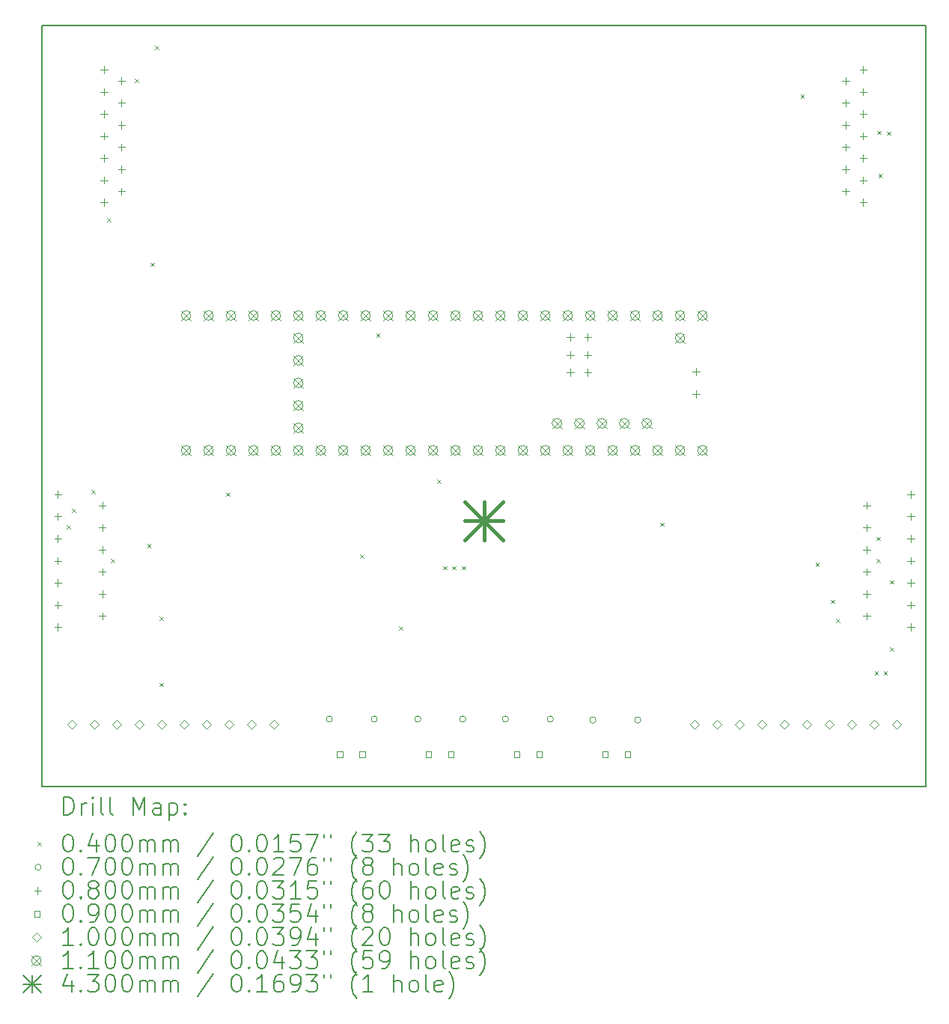
<source format=gbr>
%FSLAX45Y45*%
G04 Gerber Fmt 4.5, Leading zero omitted, Abs format (unit mm)*
G04 Created by KiCad (PCBNEW (6.0.1-0)) date 2022-06-04 20:15:55*
%MOMM*%
%LPD*%
G01*
G04 APERTURE LIST*
%TA.AperFunction,Profile*%
%ADD10C,0.200000*%
%TD*%
%ADD11C,0.200000*%
%ADD12C,0.040000*%
%ADD13C,0.070000*%
%ADD14C,0.080000*%
%ADD15C,0.090000*%
%ADD16C,0.100000*%
%ADD17C,0.110000*%
%ADD18C,0.430000*%
G04 APERTURE END LIST*
D10*
X10000000Y-5000000D02*
X10000000Y-13600000D01*
X20000000Y-5000000D02*
X10000000Y-5000000D01*
X20000000Y-13600000D02*
X20000000Y-5000000D01*
X10000000Y-13600000D02*
X20000000Y-13600000D01*
D11*
D12*
X10280000Y-10650000D02*
X10320000Y-10690000D01*
X10320000Y-10650000D02*
X10280000Y-10690000D01*
X10340000Y-10460000D02*
X10380000Y-10500000D01*
X10380000Y-10460000D02*
X10340000Y-10500000D01*
X10560000Y-10250000D02*
X10600000Y-10290000D01*
X10600000Y-10250000D02*
X10560000Y-10290000D01*
X10735000Y-7175000D02*
X10775000Y-7215000D01*
X10775000Y-7175000D02*
X10735000Y-7215000D01*
X10780000Y-11030000D02*
X10820000Y-11070000D01*
X10820000Y-11030000D02*
X10780000Y-11070000D01*
X11050000Y-5600000D02*
X11090000Y-5640000D01*
X11090000Y-5600000D02*
X11050000Y-5640000D01*
X11190000Y-10862306D02*
X11230000Y-10902306D01*
X11230000Y-10862306D02*
X11190000Y-10902306D01*
X11230000Y-7680000D02*
X11270000Y-7720000D01*
X11270000Y-7680000D02*
X11230000Y-7720000D01*
X11280000Y-5230000D02*
X11320000Y-5270000D01*
X11320000Y-5230000D02*
X11280000Y-5270000D01*
X11330000Y-11680000D02*
X11370000Y-11720000D01*
X11370000Y-11680000D02*
X11330000Y-11720000D01*
X11330000Y-12430000D02*
X11370000Y-12470000D01*
X11370000Y-12430000D02*
X11330000Y-12470000D01*
X12080000Y-10280000D02*
X12120000Y-10320000D01*
X12120000Y-10280000D02*
X12080000Y-10320000D01*
X13600000Y-10980000D02*
X13640000Y-11020000D01*
X13640000Y-10980000D02*
X13600000Y-11020000D01*
X13780000Y-8480000D02*
X13820000Y-8520000D01*
X13820000Y-8480000D02*
X13780000Y-8520000D01*
X14040000Y-11790000D02*
X14080000Y-11830000D01*
X14080000Y-11790000D02*
X14040000Y-11830000D01*
X14470000Y-10130000D02*
X14510000Y-10170000D01*
X14510000Y-10130000D02*
X14470000Y-10170000D01*
X14540050Y-11110000D02*
X14580050Y-11150000D01*
X14580050Y-11110000D02*
X14540050Y-11150000D01*
X14640000Y-11110000D02*
X14680000Y-11150000D01*
X14680000Y-11110000D02*
X14640000Y-11150000D01*
X14750000Y-11110000D02*
X14790000Y-11150000D01*
X14790000Y-11110000D02*
X14750000Y-11150000D01*
X16990000Y-10620000D02*
X17030000Y-10660000D01*
X17030000Y-10620000D02*
X16990000Y-10660000D01*
X18580000Y-5780000D02*
X18620000Y-5820000D01*
X18620000Y-5780000D02*
X18580000Y-5820000D01*
X18750000Y-11070000D02*
X18790000Y-11110000D01*
X18790000Y-11070000D02*
X18750000Y-11110000D01*
X18922598Y-11490000D02*
X18962598Y-11530000D01*
X18962598Y-11490000D02*
X18922598Y-11530000D01*
X18983770Y-11706230D02*
X19023770Y-11746230D01*
X19023770Y-11706230D02*
X18983770Y-11746230D01*
X19418770Y-12298770D02*
X19458770Y-12338770D01*
X19458770Y-12298770D02*
X19418770Y-12338770D01*
X19440000Y-10780000D02*
X19480000Y-10820000D01*
X19480000Y-10780000D02*
X19440000Y-10820000D01*
X19440000Y-11030000D02*
X19480000Y-11070000D01*
X19480000Y-11030000D02*
X19440000Y-11070000D01*
X19450000Y-6190000D02*
X19490000Y-6230000D01*
X19490000Y-6190000D02*
X19450000Y-6230000D01*
X19460000Y-6680000D02*
X19500000Y-6720000D01*
X19500000Y-6680000D02*
X19460000Y-6720000D01*
X19520000Y-12300000D02*
X19560000Y-12340000D01*
X19560000Y-12300000D02*
X19520000Y-12340000D01*
X19560000Y-6200000D02*
X19600000Y-6240000D01*
X19600000Y-6200000D02*
X19560000Y-6240000D01*
X19592450Y-11270000D02*
X19632450Y-11310000D01*
X19632450Y-11270000D02*
X19592450Y-11310000D01*
X19592450Y-12030000D02*
X19632450Y-12070000D01*
X19632450Y-12030000D02*
X19592450Y-12070000D01*
D13*
X13285000Y-12840000D02*
G75*
G03*
X13285000Y-12840000I-35000J0D01*
G01*
X13793000Y-12840000D02*
G75*
G03*
X13793000Y-12840000I-35000J0D01*
G01*
X14285000Y-12840000D02*
G75*
G03*
X14285000Y-12840000I-35000J0D01*
G01*
X14793000Y-12840000D02*
G75*
G03*
X14793000Y-12840000I-35000J0D01*
G01*
X15275000Y-12840000D02*
G75*
G03*
X15275000Y-12840000I-35000J0D01*
G01*
X15783000Y-12840000D02*
G75*
G03*
X15783000Y-12840000I-35000J0D01*
G01*
X16265000Y-12850000D02*
G75*
G03*
X16265000Y-12850000I-35000J0D01*
G01*
X16773000Y-12850000D02*
G75*
G03*
X16773000Y-12850000I-35000J0D01*
G01*
D14*
X10180000Y-10260000D02*
X10180000Y-10340000D01*
X10140000Y-10300000D02*
X10220000Y-10300000D01*
X10180000Y-10510000D02*
X10180000Y-10590000D01*
X10140000Y-10550000D02*
X10220000Y-10550000D01*
X10180000Y-10760000D02*
X10180000Y-10840000D01*
X10140000Y-10800000D02*
X10220000Y-10800000D01*
X10180000Y-11010000D02*
X10180000Y-11090000D01*
X10140000Y-11050000D02*
X10220000Y-11050000D01*
X10180000Y-11260000D02*
X10180000Y-11340000D01*
X10140000Y-11300000D02*
X10220000Y-11300000D01*
X10180000Y-11510000D02*
X10180000Y-11590000D01*
X10140000Y-11550000D02*
X10220000Y-11550000D01*
X10180000Y-11760000D02*
X10180000Y-11840000D01*
X10140000Y-11800000D02*
X10220000Y-11800000D01*
X10680000Y-10385000D02*
X10680000Y-10465000D01*
X10640000Y-10425000D02*
X10720000Y-10425000D01*
X10680000Y-10635000D02*
X10680000Y-10715000D01*
X10640000Y-10675000D02*
X10720000Y-10675000D01*
X10680000Y-10885000D02*
X10680000Y-10965000D01*
X10640000Y-10925000D02*
X10720000Y-10925000D01*
X10680000Y-11135000D02*
X10680000Y-11215000D01*
X10640000Y-11175000D02*
X10720000Y-11175000D01*
X10680000Y-11385000D02*
X10680000Y-11465000D01*
X10640000Y-11425000D02*
X10720000Y-11425000D01*
X10680000Y-11635000D02*
X10680000Y-11715000D01*
X10640000Y-11675000D02*
X10720000Y-11675000D01*
X10700000Y-5460000D02*
X10700000Y-5540000D01*
X10660000Y-5500000D02*
X10740000Y-5500000D01*
X10700000Y-5710000D02*
X10700000Y-5790000D01*
X10660000Y-5750000D02*
X10740000Y-5750000D01*
X10700000Y-5960000D02*
X10700000Y-6040000D01*
X10660000Y-6000000D02*
X10740000Y-6000000D01*
X10700000Y-6210000D02*
X10700000Y-6290000D01*
X10660000Y-6250000D02*
X10740000Y-6250000D01*
X10700000Y-6460000D02*
X10700000Y-6540000D01*
X10660000Y-6500000D02*
X10740000Y-6500000D01*
X10700000Y-6710000D02*
X10700000Y-6790000D01*
X10660000Y-6750000D02*
X10740000Y-6750000D01*
X10700000Y-6960000D02*
X10700000Y-7040000D01*
X10660000Y-7000000D02*
X10740000Y-7000000D01*
X10900000Y-5585000D02*
X10900000Y-5665000D01*
X10860000Y-5625000D02*
X10940000Y-5625000D01*
X10900000Y-5835000D02*
X10900000Y-5915000D01*
X10860000Y-5875000D02*
X10940000Y-5875000D01*
X10900000Y-6085000D02*
X10900000Y-6165000D01*
X10860000Y-6125000D02*
X10940000Y-6125000D01*
X10900000Y-6335000D02*
X10900000Y-6415000D01*
X10860000Y-6375000D02*
X10940000Y-6375000D01*
X10900000Y-6585000D02*
X10900000Y-6665000D01*
X10860000Y-6625000D02*
X10940000Y-6625000D01*
X10900000Y-6835000D02*
X10900000Y-6915000D01*
X10860000Y-6875000D02*
X10940000Y-6875000D01*
X15974000Y-8481840D02*
X15974000Y-8561840D01*
X15934000Y-8521840D02*
X16014000Y-8521840D01*
X15974000Y-8681840D02*
X15974000Y-8761840D01*
X15934000Y-8721840D02*
X16014000Y-8721840D01*
X15974000Y-8881840D02*
X15974000Y-8961840D01*
X15934000Y-8921840D02*
X16014000Y-8921840D01*
X16174000Y-8481840D02*
X16174000Y-8561840D01*
X16134000Y-8521840D02*
X16214000Y-8521840D01*
X16174000Y-8681840D02*
X16174000Y-8761840D01*
X16134000Y-8721840D02*
X16214000Y-8721840D01*
X16174000Y-8881840D02*
X16174000Y-8961840D01*
X16134000Y-8921840D02*
X16214000Y-8921840D01*
X17398000Y-8873000D02*
X17398000Y-8953000D01*
X17358000Y-8913000D02*
X17438000Y-8913000D01*
X17398000Y-9127000D02*
X17398000Y-9207000D01*
X17358000Y-9167000D02*
X17438000Y-9167000D01*
X19090000Y-5585000D02*
X19090000Y-5665000D01*
X19050000Y-5625000D02*
X19130000Y-5625000D01*
X19090000Y-5835000D02*
X19090000Y-5915000D01*
X19050000Y-5875000D02*
X19130000Y-5875000D01*
X19090000Y-6085000D02*
X19090000Y-6165000D01*
X19050000Y-6125000D02*
X19130000Y-6125000D01*
X19090000Y-6335000D02*
X19090000Y-6415000D01*
X19050000Y-6375000D02*
X19130000Y-6375000D01*
X19090000Y-6585000D02*
X19090000Y-6665000D01*
X19050000Y-6625000D02*
X19130000Y-6625000D01*
X19090000Y-6835000D02*
X19090000Y-6915000D01*
X19050000Y-6875000D02*
X19130000Y-6875000D01*
X19290000Y-5460000D02*
X19290000Y-5540000D01*
X19250000Y-5500000D02*
X19330000Y-5500000D01*
X19290000Y-5710000D02*
X19290000Y-5790000D01*
X19250000Y-5750000D02*
X19330000Y-5750000D01*
X19290000Y-5960000D02*
X19290000Y-6040000D01*
X19250000Y-6000000D02*
X19330000Y-6000000D01*
X19290000Y-6210000D02*
X19290000Y-6290000D01*
X19250000Y-6250000D02*
X19330000Y-6250000D01*
X19290000Y-6460000D02*
X19290000Y-6540000D01*
X19250000Y-6500000D02*
X19330000Y-6500000D01*
X19290000Y-6710000D02*
X19290000Y-6790000D01*
X19250000Y-6750000D02*
X19330000Y-6750000D01*
X19290000Y-6960000D02*
X19290000Y-7040000D01*
X19250000Y-7000000D02*
X19330000Y-7000000D01*
X19330000Y-10385000D02*
X19330000Y-10465000D01*
X19290000Y-10425000D02*
X19370000Y-10425000D01*
X19330000Y-10635000D02*
X19330000Y-10715000D01*
X19290000Y-10675000D02*
X19370000Y-10675000D01*
X19330000Y-10885000D02*
X19330000Y-10965000D01*
X19290000Y-10925000D02*
X19370000Y-10925000D01*
X19330000Y-11135000D02*
X19330000Y-11215000D01*
X19290000Y-11175000D02*
X19370000Y-11175000D01*
X19330000Y-11385000D02*
X19330000Y-11465000D01*
X19290000Y-11425000D02*
X19370000Y-11425000D01*
X19330000Y-11635000D02*
X19330000Y-11715000D01*
X19290000Y-11675000D02*
X19370000Y-11675000D01*
X19830000Y-10260000D02*
X19830000Y-10340000D01*
X19790000Y-10300000D02*
X19870000Y-10300000D01*
X19830000Y-10510000D02*
X19830000Y-10590000D01*
X19790000Y-10550000D02*
X19870000Y-10550000D01*
X19830000Y-10760000D02*
X19830000Y-10840000D01*
X19790000Y-10800000D02*
X19870000Y-10800000D01*
X19830000Y-11010000D02*
X19830000Y-11090000D01*
X19790000Y-11050000D02*
X19870000Y-11050000D01*
X19830000Y-11260000D02*
X19830000Y-11340000D01*
X19790000Y-11300000D02*
X19870000Y-11300000D01*
X19830000Y-11510000D02*
X19830000Y-11590000D01*
X19790000Y-11550000D02*
X19870000Y-11550000D01*
X19830000Y-11760000D02*
X19830000Y-11840000D01*
X19790000Y-11800000D02*
X19870000Y-11800000D01*
D15*
X13401820Y-13271820D02*
X13401820Y-13208180D01*
X13338180Y-13208180D01*
X13338180Y-13271820D01*
X13401820Y-13271820D01*
X13655820Y-13271820D02*
X13655820Y-13208180D01*
X13592180Y-13208180D01*
X13592180Y-13271820D01*
X13655820Y-13271820D01*
X14401820Y-13271820D02*
X14401820Y-13208180D01*
X14338180Y-13208180D01*
X14338180Y-13271820D01*
X14401820Y-13271820D01*
X14655820Y-13271820D02*
X14655820Y-13208180D01*
X14592180Y-13208180D01*
X14592180Y-13271820D01*
X14655820Y-13271820D01*
X15401820Y-13271820D02*
X15401820Y-13208180D01*
X15338180Y-13208180D01*
X15338180Y-13271820D01*
X15401820Y-13271820D01*
X15655820Y-13271820D02*
X15655820Y-13208180D01*
X15592180Y-13208180D01*
X15592180Y-13271820D01*
X15655820Y-13271820D01*
X16401820Y-13271820D02*
X16401820Y-13208180D01*
X16338180Y-13208180D01*
X16338180Y-13271820D01*
X16401820Y-13271820D01*
X16655820Y-13271820D02*
X16655820Y-13208180D01*
X16592180Y-13208180D01*
X16592180Y-13271820D01*
X16655820Y-13271820D01*
D16*
X10334000Y-12950000D02*
X10384000Y-12900000D01*
X10334000Y-12850000D01*
X10284000Y-12900000D01*
X10334000Y-12950000D01*
X10588000Y-12950000D02*
X10638000Y-12900000D01*
X10588000Y-12850000D01*
X10538000Y-12900000D01*
X10588000Y-12950000D01*
X10842000Y-12950000D02*
X10892000Y-12900000D01*
X10842000Y-12850000D01*
X10792000Y-12900000D01*
X10842000Y-12950000D01*
X11096000Y-12950000D02*
X11146000Y-12900000D01*
X11096000Y-12850000D01*
X11046000Y-12900000D01*
X11096000Y-12950000D01*
X11350000Y-12950000D02*
X11400000Y-12900000D01*
X11350000Y-12850000D01*
X11300000Y-12900000D01*
X11350000Y-12950000D01*
X11604000Y-12950000D02*
X11654000Y-12900000D01*
X11604000Y-12850000D01*
X11554000Y-12900000D01*
X11604000Y-12950000D01*
X11858000Y-12950000D02*
X11908000Y-12900000D01*
X11858000Y-12850000D01*
X11808000Y-12900000D01*
X11858000Y-12950000D01*
X12112000Y-12950000D02*
X12162000Y-12900000D01*
X12112000Y-12850000D01*
X12062000Y-12900000D01*
X12112000Y-12950000D01*
X12366000Y-12950000D02*
X12416000Y-12900000D01*
X12366000Y-12850000D01*
X12316000Y-12900000D01*
X12366000Y-12950000D01*
X12620000Y-12950000D02*
X12670000Y-12900000D01*
X12620000Y-12850000D01*
X12570000Y-12900000D01*
X12620000Y-12950000D01*
X17380000Y-12950000D02*
X17430000Y-12900000D01*
X17380000Y-12850000D01*
X17330000Y-12900000D01*
X17380000Y-12950000D01*
X17634000Y-12950000D02*
X17684000Y-12900000D01*
X17634000Y-12850000D01*
X17584000Y-12900000D01*
X17634000Y-12950000D01*
X17888000Y-12950000D02*
X17938000Y-12900000D01*
X17888000Y-12850000D01*
X17838000Y-12900000D01*
X17888000Y-12950000D01*
X18142000Y-12950000D02*
X18192000Y-12900000D01*
X18142000Y-12850000D01*
X18092000Y-12900000D01*
X18142000Y-12950000D01*
X18396000Y-12950000D02*
X18446000Y-12900000D01*
X18396000Y-12850000D01*
X18346000Y-12900000D01*
X18396000Y-12950000D01*
X18650000Y-12950000D02*
X18700000Y-12900000D01*
X18650000Y-12850000D01*
X18600000Y-12900000D01*
X18650000Y-12950000D01*
X18904000Y-12950000D02*
X18954000Y-12900000D01*
X18904000Y-12850000D01*
X18854000Y-12900000D01*
X18904000Y-12950000D01*
X19158000Y-12950000D02*
X19208000Y-12900000D01*
X19158000Y-12850000D01*
X19108000Y-12900000D01*
X19158000Y-12950000D01*
X19412000Y-12950000D02*
X19462000Y-12900000D01*
X19412000Y-12850000D01*
X19362000Y-12900000D01*
X19412000Y-12950000D01*
X19666000Y-12950000D02*
X19716000Y-12900000D01*
X19666000Y-12850000D01*
X19616000Y-12900000D01*
X19666000Y-12950000D01*
D17*
X11574000Y-8223000D02*
X11684000Y-8333000D01*
X11684000Y-8223000D02*
X11574000Y-8333000D01*
X11684000Y-8278000D02*
G75*
G03*
X11684000Y-8278000I-55000J0D01*
G01*
X11574000Y-9747000D02*
X11684000Y-9857000D01*
X11684000Y-9747000D02*
X11574000Y-9857000D01*
X11684000Y-9802000D02*
G75*
G03*
X11684000Y-9802000I-55000J0D01*
G01*
X11828000Y-8223000D02*
X11938000Y-8333000D01*
X11938000Y-8223000D02*
X11828000Y-8333000D01*
X11938000Y-8278000D02*
G75*
G03*
X11938000Y-8278000I-55000J0D01*
G01*
X11828000Y-9747000D02*
X11938000Y-9857000D01*
X11938000Y-9747000D02*
X11828000Y-9857000D01*
X11938000Y-9802000D02*
G75*
G03*
X11938000Y-9802000I-55000J0D01*
G01*
X12082000Y-8223000D02*
X12192000Y-8333000D01*
X12192000Y-8223000D02*
X12082000Y-8333000D01*
X12192000Y-8278000D02*
G75*
G03*
X12192000Y-8278000I-55000J0D01*
G01*
X12082000Y-9747000D02*
X12192000Y-9857000D01*
X12192000Y-9747000D02*
X12082000Y-9857000D01*
X12192000Y-9802000D02*
G75*
G03*
X12192000Y-9802000I-55000J0D01*
G01*
X12336000Y-8223000D02*
X12446000Y-8333000D01*
X12446000Y-8223000D02*
X12336000Y-8333000D01*
X12446000Y-8278000D02*
G75*
G03*
X12446000Y-8278000I-55000J0D01*
G01*
X12336000Y-9747000D02*
X12446000Y-9857000D01*
X12446000Y-9747000D02*
X12336000Y-9857000D01*
X12446000Y-9802000D02*
G75*
G03*
X12446000Y-9802000I-55000J0D01*
G01*
X12590000Y-8223000D02*
X12700000Y-8333000D01*
X12700000Y-8223000D02*
X12590000Y-8333000D01*
X12700000Y-8278000D02*
G75*
G03*
X12700000Y-8278000I-55000J0D01*
G01*
X12590000Y-9747000D02*
X12700000Y-9857000D01*
X12700000Y-9747000D02*
X12590000Y-9857000D01*
X12700000Y-9802000D02*
G75*
G03*
X12700000Y-9802000I-55000J0D01*
G01*
X12844000Y-8223000D02*
X12954000Y-8333000D01*
X12954000Y-8223000D02*
X12844000Y-8333000D01*
X12954000Y-8278000D02*
G75*
G03*
X12954000Y-8278000I-55000J0D01*
G01*
X12844000Y-8477000D02*
X12954000Y-8587000D01*
X12954000Y-8477000D02*
X12844000Y-8587000D01*
X12954000Y-8532000D02*
G75*
G03*
X12954000Y-8532000I-55000J0D01*
G01*
X12844000Y-8731000D02*
X12954000Y-8841000D01*
X12954000Y-8731000D02*
X12844000Y-8841000D01*
X12954000Y-8786000D02*
G75*
G03*
X12954000Y-8786000I-55000J0D01*
G01*
X12844000Y-8985000D02*
X12954000Y-9095000D01*
X12954000Y-8985000D02*
X12844000Y-9095000D01*
X12954000Y-9040000D02*
G75*
G03*
X12954000Y-9040000I-55000J0D01*
G01*
X12844000Y-9239000D02*
X12954000Y-9349000D01*
X12954000Y-9239000D02*
X12844000Y-9349000D01*
X12954000Y-9294000D02*
G75*
G03*
X12954000Y-9294000I-55000J0D01*
G01*
X12844000Y-9493000D02*
X12954000Y-9603000D01*
X12954000Y-9493000D02*
X12844000Y-9603000D01*
X12954000Y-9548000D02*
G75*
G03*
X12954000Y-9548000I-55000J0D01*
G01*
X12844000Y-9747000D02*
X12954000Y-9857000D01*
X12954000Y-9747000D02*
X12844000Y-9857000D01*
X12954000Y-9802000D02*
G75*
G03*
X12954000Y-9802000I-55000J0D01*
G01*
X13098000Y-8223000D02*
X13208000Y-8333000D01*
X13208000Y-8223000D02*
X13098000Y-8333000D01*
X13208000Y-8278000D02*
G75*
G03*
X13208000Y-8278000I-55000J0D01*
G01*
X13098000Y-9747000D02*
X13208000Y-9857000D01*
X13208000Y-9747000D02*
X13098000Y-9857000D01*
X13208000Y-9802000D02*
G75*
G03*
X13208000Y-9802000I-55000J0D01*
G01*
X13352000Y-8223000D02*
X13462000Y-8333000D01*
X13462000Y-8223000D02*
X13352000Y-8333000D01*
X13462000Y-8278000D02*
G75*
G03*
X13462000Y-8278000I-55000J0D01*
G01*
X13352000Y-9747000D02*
X13462000Y-9857000D01*
X13462000Y-9747000D02*
X13352000Y-9857000D01*
X13462000Y-9802000D02*
G75*
G03*
X13462000Y-9802000I-55000J0D01*
G01*
X13606000Y-8223000D02*
X13716000Y-8333000D01*
X13716000Y-8223000D02*
X13606000Y-8333000D01*
X13716000Y-8278000D02*
G75*
G03*
X13716000Y-8278000I-55000J0D01*
G01*
X13606000Y-9747000D02*
X13716000Y-9857000D01*
X13716000Y-9747000D02*
X13606000Y-9857000D01*
X13716000Y-9802000D02*
G75*
G03*
X13716000Y-9802000I-55000J0D01*
G01*
X13860000Y-8223000D02*
X13970000Y-8333000D01*
X13970000Y-8223000D02*
X13860000Y-8333000D01*
X13970000Y-8278000D02*
G75*
G03*
X13970000Y-8278000I-55000J0D01*
G01*
X13860000Y-9747000D02*
X13970000Y-9857000D01*
X13970000Y-9747000D02*
X13860000Y-9857000D01*
X13970000Y-9802000D02*
G75*
G03*
X13970000Y-9802000I-55000J0D01*
G01*
X14114000Y-8223000D02*
X14224000Y-8333000D01*
X14224000Y-8223000D02*
X14114000Y-8333000D01*
X14224000Y-8278000D02*
G75*
G03*
X14224000Y-8278000I-55000J0D01*
G01*
X14114000Y-9747000D02*
X14224000Y-9857000D01*
X14224000Y-9747000D02*
X14114000Y-9857000D01*
X14224000Y-9802000D02*
G75*
G03*
X14224000Y-9802000I-55000J0D01*
G01*
X14368000Y-8223000D02*
X14478000Y-8333000D01*
X14478000Y-8223000D02*
X14368000Y-8333000D01*
X14478000Y-8278000D02*
G75*
G03*
X14478000Y-8278000I-55000J0D01*
G01*
X14368000Y-9747000D02*
X14478000Y-9857000D01*
X14478000Y-9747000D02*
X14368000Y-9857000D01*
X14478000Y-9802000D02*
G75*
G03*
X14478000Y-9802000I-55000J0D01*
G01*
X14622000Y-8223000D02*
X14732000Y-8333000D01*
X14732000Y-8223000D02*
X14622000Y-8333000D01*
X14732000Y-8278000D02*
G75*
G03*
X14732000Y-8278000I-55000J0D01*
G01*
X14622000Y-9747000D02*
X14732000Y-9857000D01*
X14732000Y-9747000D02*
X14622000Y-9857000D01*
X14732000Y-9802000D02*
G75*
G03*
X14732000Y-9802000I-55000J0D01*
G01*
X14876000Y-8223000D02*
X14986000Y-8333000D01*
X14986000Y-8223000D02*
X14876000Y-8333000D01*
X14986000Y-8278000D02*
G75*
G03*
X14986000Y-8278000I-55000J0D01*
G01*
X14876000Y-9747000D02*
X14986000Y-9857000D01*
X14986000Y-9747000D02*
X14876000Y-9857000D01*
X14986000Y-9802000D02*
G75*
G03*
X14986000Y-9802000I-55000J0D01*
G01*
X15130000Y-8223000D02*
X15240000Y-8333000D01*
X15240000Y-8223000D02*
X15130000Y-8333000D01*
X15240000Y-8278000D02*
G75*
G03*
X15240000Y-8278000I-55000J0D01*
G01*
X15130000Y-9747000D02*
X15240000Y-9857000D01*
X15240000Y-9747000D02*
X15130000Y-9857000D01*
X15240000Y-9802000D02*
G75*
G03*
X15240000Y-9802000I-55000J0D01*
G01*
X15384000Y-8223000D02*
X15494000Y-8333000D01*
X15494000Y-8223000D02*
X15384000Y-8333000D01*
X15494000Y-8278000D02*
G75*
G03*
X15494000Y-8278000I-55000J0D01*
G01*
X15384000Y-9747000D02*
X15494000Y-9857000D01*
X15494000Y-9747000D02*
X15384000Y-9857000D01*
X15494000Y-9802000D02*
G75*
G03*
X15494000Y-9802000I-55000J0D01*
G01*
X15638000Y-8223000D02*
X15748000Y-8333000D01*
X15748000Y-8223000D02*
X15638000Y-8333000D01*
X15748000Y-8278000D02*
G75*
G03*
X15748000Y-8278000I-55000J0D01*
G01*
X15638000Y-9747000D02*
X15748000Y-9857000D01*
X15748000Y-9747000D02*
X15638000Y-9857000D01*
X15748000Y-9802000D02*
G75*
G03*
X15748000Y-9802000I-55000J0D01*
G01*
X15770080Y-9441920D02*
X15880080Y-9551920D01*
X15880080Y-9441920D02*
X15770080Y-9551920D01*
X15880080Y-9496920D02*
G75*
G03*
X15880080Y-9496920I-55000J0D01*
G01*
X15892000Y-8223000D02*
X16002000Y-8333000D01*
X16002000Y-8223000D02*
X15892000Y-8333000D01*
X16002000Y-8278000D02*
G75*
G03*
X16002000Y-8278000I-55000J0D01*
G01*
X15892000Y-9747000D02*
X16002000Y-9857000D01*
X16002000Y-9747000D02*
X15892000Y-9857000D01*
X16002000Y-9802000D02*
G75*
G03*
X16002000Y-9802000I-55000J0D01*
G01*
X16024080Y-9441920D02*
X16134080Y-9551920D01*
X16134080Y-9441920D02*
X16024080Y-9551920D01*
X16134080Y-9496920D02*
G75*
G03*
X16134080Y-9496920I-55000J0D01*
G01*
X16146000Y-8223000D02*
X16256000Y-8333000D01*
X16256000Y-8223000D02*
X16146000Y-8333000D01*
X16256000Y-8278000D02*
G75*
G03*
X16256000Y-8278000I-55000J0D01*
G01*
X16146000Y-9747000D02*
X16256000Y-9857000D01*
X16256000Y-9747000D02*
X16146000Y-9857000D01*
X16256000Y-9802000D02*
G75*
G03*
X16256000Y-9802000I-55000J0D01*
G01*
X16278080Y-9441920D02*
X16388080Y-9551920D01*
X16388080Y-9441920D02*
X16278080Y-9551920D01*
X16388080Y-9496920D02*
G75*
G03*
X16388080Y-9496920I-55000J0D01*
G01*
X16400000Y-8223000D02*
X16510000Y-8333000D01*
X16510000Y-8223000D02*
X16400000Y-8333000D01*
X16510000Y-8278000D02*
G75*
G03*
X16510000Y-8278000I-55000J0D01*
G01*
X16400000Y-9747000D02*
X16510000Y-9857000D01*
X16510000Y-9747000D02*
X16400000Y-9857000D01*
X16510000Y-9802000D02*
G75*
G03*
X16510000Y-9802000I-55000J0D01*
G01*
X16532080Y-9441920D02*
X16642080Y-9551920D01*
X16642080Y-9441920D02*
X16532080Y-9551920D01*
X16642080Y-9496920D02*
G75*
G03*
X16642080Y-9496920I-55000J0D01*
G01*
X16654000Y-8223000D02*
X16764000Y-8333000D01*
X16764000Y-8223000D02*
X16654000Y-8333000D01*
X16764000Y-8278000D02*
G75*
G03*
X16764000Y-8278000I-55000J0D01*
G01*
X16654000Y-9747000D02*
X16764000Y-9857000D01*
X16764000Y-9747000D02*
X16654000Y-9857000D01*
X16764000Y-9802000D02*
G75*
G03*
X16764000Y-9802000I-55000J0D01*
G01*
X16786080Y-9441920D02*
X16896080Y-9551920D01*
X16896080Y-9441920D02*
X16786080Y-9551920D01*
X16896080Y-9496920D02*
G75*
G03*
X16896080Y-9496920I-55000J0D01*
G01*
X16908000Y-8223000D02*
X17018000Y-8333000D01*
X17018000Y-8223000D02*
X16908000Y-8333000D01*
X17018000Y-8278000D02*
G75*
G03*
X17018000Y-8278000I-55000J0D01*
G01*
X16908000Y-9747000D02*
X17018000Y-9857000D01*
X17018000Y-9747000D02*
X16908000Y-9857000D01*
X17018000Y-9802000D02*
G75*
G03*
X17018000Y-9802000I-55000J0D01*
G01*
X17162000Y-8223000D02*
X17272000Y-8333000D01*
X17272000Y-8223000D02*
X17162000Y-8333000D01*
X17272000Y-8278000D02*
G75*
G03*
X17272000Y-8278000I-55000J0D01*
G01*
X17162000Y-8477000D02*
X17272000Y-8587000D01*
X17272000Y-8477000D02*
X17162000Y-8587000D01*
X17272000Y-8532000D02*
G75*
G03*
X17272000Y-8532000I-55000J0D01*
G01*
X17162000Y-9747000D02*
X17272000Y-9857000D01*
X17272000Y-9747000D02*
X17162000Y-9857000D01*
X17272000Y-9802000D02*
G75*
G03*
X17272000Y-9802000I-55000J0D01*
G01*
X17416000Y-8223000D02*
X17526000Y-8333000D01*
X17526000Y-8223000D02*
X17416000Y-8333000D01*
X17526000Y-8278000D02*
G75*
G03*
X17526000Y-8278000I-55000J0D01*
G01*
X17416000Y-9747000D02*
X17526000Y-9857000D01*
X17526000Y-9747000D02*
X17416000Y-9857000D01*
X17526000Y-9802000D02*
G75*
G03*
X17526000Y-9802000I-55000J0D01*
G01*
D18*
X14785000Y-10385000D02*
X15215000Y-10815000D01*
X15215000Y-10385000D02*
X14785000Y-10815000D01*
X15000000Y-10385000D02*
X15000000Y-10815000D01*
X14785000Y-10600000D02*
X15215000Y-10600000D01*
D11*
X10247619Y-13920476D02*
X10247619Y-13720476D01*
X10295238Y-13720476D01*
X10323810Y-13730000D01*
X10342857Y-13749048D01*
X10352381Y-13768095D01*
X10361905Y-13806190D01*
X10361905Y-13834762D01*
X10352381Y-13872857D01*
X10342857Y-13891905D01*
X10323810Y-13910952D01*
X10295238Y-13920476D01*
X10247619Y-13920476D01*
X10447619Y-13920476D02*
X10447619Y-13787143D01*
X10447619Y-13825238D02*
X10457143Y-13806190D01*
X10466667Y-13796667D01*
X10485714Y-13787143D01*
X10504762Y-13787143D01*
X10571429Y-13920476D02*
X10571429Y-13787143D01*
X10571429Y-13720476D02*
X10561905Y-13730000D01*
X10571429Y-13739524D01*
X10580952Y-13730000D01*
X10571429Y-13720476D01*
X10571429Y-13739524D01*
X10695238Y-13920476D02*
X10676190Y-13910952D01*
X10666667Y-13891905D01*
X10666667Y-13720476D01*
X10800000Y-13920476D02*
X10780952Y-13910952D01*
X10771429Y-13891905D01*
X10771429Y-13720476D01*
X11028571Y-13920476D02*
X11028571Y-13720476D01*
X11095238Y-13863333D01*
X11161905Y-13720476D01*
X11161905Y-13920476D01*
X11342857Y-13920476D02*
X11342857Y-13815714D01*
X11333333Y-13796667D01*
X11314286Y-13787143D01*
X11276190Y-13787143D01*
X11257143Y-13796667D01*
X11342857Y-13910952D02*
X11323809Y-13920476D01*
X11276190Y-13920476D01*
X11257143Y-13910952D01*
X11247619Y-13891905D01*
X11247619Y-13872857D01*
X11257143Y-13853809D01*
X11276190Y-13844286D01*
X11323809Y-13844286D01*
X11342857Y-13834762D01*
X11438095Y-13787143D02*
X11438095Y-13987143D01*
X11438095Y-13796667D02*
X11457143Y-13787143D01*
X11495238Y-13787143D01*
X11514286Y-13796667D01*
X11523809Y-13806190D01*
X11533333Y-13825238D01*
X11533333Y-13882381D01*
X11523809Y-13901428D01*
X11514286Y-13910952D01*
X11495238Y-13920476D01*
X11457143Y-13920476D01*
X11438095Y-13910952D01*
X11619048Y-13901428D02*
X11628571Y-13910952D01*
X11619048Y-13920476D01*
X11609524Y-13910952D01*
X11619048Y-13901428D01*
X11619048Y-13920476D01*
X11619048Y-13796667D02*
X11628571Y-13806190D01*
X11619048Y-13815714D01*
X11609524Y-13806190D01*
X11619048Y-13796667D01*
X11619048Y-13815714D01*
D12*
X9950000Y-14230000D02*
X9990000Y-14270000D01*
X9990000Y-14230000D02*
X9950000Y-14270000D01*
D11*
X10285714Y-14140476D02*
X10304762Y-14140476D01*
X10323810Y-14150000D01*
X10333333Y-14159524D01*
X10342857Y-14178571D01*
X10352381Y-14216667D01*
X10352381Y-14264286D01*
X10342857Y-14302381D01*
X10333333Y-14321428D01*
X10323810Y-14330952D01*
X10304762Y-14340476D01*
X10285714Y-14340476D01*
X10266667Y-14330952D01*
X10257143Y-14321428D01*
X10247619Y-14302381D01*
X10238095Y-14264286D01*
X10238095Y-14216667D01*
X10247619Y-14178571D01*
X10257143Y-14159524D01*
X10266667Y-14150000D01*
X10285714Y-14140476D01*
X10438095Y-14321428D02*
X10447619Y-14330952D01*
X10438095Y-14340476D01*
X10428571Y-14330952D01*
X10438095Y-14321428D01*
X10438095Y-14340476D01*
X10619048Y-14207143D02*
X10619048Y-14340476D01*
X10571429Y-14130952D02*
X10523810Y-14273809D01*
X10647619Y-14273809D01*
X10761905Y-14140476D02*
X10780952Y-14140476D01*
X10800000Y-14150000D01*
X10809524Y-14159524D01*
X10819048Y-14178571D01*
X10828571Y-14216667D01*
X10828571Y-14264286D01*
X10819048Y-14302381D01*
X10809524Y-14321428D01*
X10800000Y-14330952D01*
X10780952Y-14340476D01*
X10761905Y-14340476D01*
X10742857Y-14330952D01*
X10733333Y-14321428D01*
X10723810Y-14302381D01*
X10714286Y-14264286D01*
X10714286Y-14216667D01*
X10723810Y-14178571D01*
X10733333Y-14159524D01*
X10742857Y-14150000D01*
X10761905Y-14140476D01*
X10952381Y-14140476D02*
X10971429Y-14140476D01*
X10990476Y-14150000D01*
X11000000Y-14159524D01*
X11009524Y-14178571D01*
X11019048Y-14216667D01*
X11019048Y-14264286D01*
X11009524Y-14302381D01*
X11000000Y-14321428D01*
X10990476Y-14330952D01*
X10971429Y-14340476D01*
X10952381Y-14340476D01*
X10933333Y-14330952D01*
X10923810Y-14321428D01*
X10914286Y-14302381D01*
X10904762Y-14264286D01*
X10904762Y-14216667D01*
X10914286Y-14178571D01*
X10923810Y-14159524D01*
X10933333Y-14150000D01*
X10952381Y-14140476D01*
X11104762Y-14340476D02*
X11104762Y-14207143D01*
X11104762Y-14226190D02*
X11114286Y-14216667D01*
X11133333Y-14207143D01*
X11161905Y-14207143D01*
X11180952Y-14216667D01*
X11190476Y-14235714D01*
X11190476Y-14340476D01*
X11190476Y-14235714D02*
X11200000Y-14216667D01*
X11219048Y-14207143D01*
X11247619Y-14207143D01*
X11266667Y-14216667D01*
X11276190Y-14235714D01*
X11276190Y-14340476D01*
X11371428Y-14340476D02*
X11371428Y-14207143D01*
X11371428Y-14226190D02*
X11380952Y-14216667D01*
X11400000Y-14207143D01*
X11428571Y-14207143D01*
X11447619Y-14216667D01*
X11457143Y-14235714D01*
X11457143Y-14340476D01*
X11457143Y-14235714D02*
X11466667Y-14216667D01*
X11485714Y-14207143D01*
X11514286Y-14207143D01*
X11533333Y-14216667D01*
X11542857Y-14235714D01*
X11542857Y-14340476D01*
X11933333Y-14130952D02*
X11761905Y-14388095D01*
X12190476Y-14140476D02*
X12209524Y-14140476D01*
X12228571Y-14150000D01*
X12238095Y-14159524D01*
X12247619Y-14178571D01*
X12257143Y-14216667D01*
X12257143Y-14264286D01*
X12247619Y-14302381D01*
X12238095Y-14321428D01*
X12228571Y-14330952D01*
X12209524Y-14340476D01*
X12190476Y-14340476D01*
X12171428Y-14330952D01*
X12161905Y-14321428D01*
X12152381Y-14302381D01*
X12142857Y-14264286D01*
X12142857Y-14216667D01*
X12152381Y-14178571D01*
X12161905Y-14159524D01*
X12171428Y-14150000D01*
X12190476Y-14140476D01*
X12342857Y-14321428D02*
X12352381Y-14330952D01*
X12342857Y-14340476D01*
X12333333Y-14330952D01*
X12342857Y-14321428D01*
X12342857Y-14340476D01*
X12476190Y-14140476D02*
X12495238Y-14140476D01*
X12514286Y-14150000D01*
X12523809Y-14159524D01*
X12533333Y-14178571D01*
X12542857Y-14216667D01*
X12542857Y-14264286D01*
X12533333Y-14302381D01*
X12523809Y-14321428D01*
X12514286Y-14330952D01*
X12495238Y-14340476D01*
X12476190Y-14340476D01*
X12457143Y-14330952D01*
X12447619Y-14321428D01*
X12438095Y-14302381D01*
X12428571Y-14264286D01*
X12428571Y-14216667D01*
X12438095Y-14178571D01*
X12447619Y-14159524D01*
X12457143Y-14150000D01*
X12476190Y-14140476D01*
X12733333Y-14340476D02*
X12619048Y-14340476D01*
X12676190Y-14340476D02*
X12676190Y-14140476D01*
X12657143Y-14169048D01*
X12638095Y-14188095D01*
X12619048Y-14197619D01*
X12914286Y-14140476D02*
X12819048Y-14140476D01*
X12809524Y-14235714D01*
X12819048Y-14226190D01*
X12838095Y-14216667D01*
X12885714Y-14216667D01*
X12904762Y-14226190D01*
X12914286Y-14235714D01*
X12923809Y-14254762D01*
X12923809Y-14302381D01*
X12914286Y-14321428D01*
X12904762Y-14330952D01*
X12885714Y-14340476D01*
X12838095Y-14340476D01*
X12819048Y-14330952D01*
X12809524Y-14321428D01*
X12990476Y-14140476D02*
X13123809Y-14140476D01*
X13038095Y-14340476D01*
X13190476Y-14140476D02*
X13190476Y-14178571D01*
X13266667Y-14140476D02*
X13266667Y-14178571D01*
X13561905Y-14416667D02*
X13552381Y-14407143D01*
X13533333Y-14378571D01*
X13523809Y-14359524D01*
X13514286Y-14330952D01*
X13504762Y-14283333D01*
X13504762Y-14245238D01*
X13514286Y-14197619D01*
X13523809Y-14169048D01*
X13533333Y-14150000D01*
X13552381Y-14121428D01*
X13561905Y-14111905D01*
X13619048Y-14140476D02*
X13742857Y-14140476D01*
X13676190Y-14216667D01*
X13704762Y-14216667D01*
X13723809Y-14226190D01*
X13733333Y-14235714D01*
X13742857Y-14254762D01*
X13742857Y-14302381D01*
X13733333Y-14321428D01*
X13723809Y-14330952D01*
X13704762Y-14340476D01*
X13647619Y-14340476D01*
X13628571Y-14330952D01*
X13619048Y-14321428D01*
X13809524Y-14140476D02*
X13933333Y-14140476D01*
X13866667Y-14216667D01*
X13895238Y-14216667D01*
X13914286Y-14226190D01*
X13923809Y-14235714D01*
X13933333Y-14254762D01*
X13933333Y-14302381D01*
X13923809Y-14321428D01*
X13914286Y-14330952D01*
X13895238Y-14340476D01*
X13838095Y-14340476D01*
X13819048Y-14330952D01*
X13809524Y-14321428D01*
X14171428Y-14340476D02*
X14171428Y-14140476D01*
X14257143Y-14340476D02*
X14257143Y-14235714D01*
X14247619Y-14216667D01*
X14228571Y-14207143D01*
X14200000Y-14207143D01*
X14180952Y-14216667D01*
X14171428Y-14226190D01*
X14380952Y-14340476D02*
X14361905Y-14330952D01*
X14352381Y-14321428D01*
X14342857Y-14302381D01*
X14342857Y-14245238D01*
X14352381Y-14226190D01*
X14361905Y-14216667D01*
X14380952Y-14207143D01*
X14409524Y-14207143D01*
X14428571Y-14216667D01*
X14438095Y-14226190D01*
X14447619Y-14245238D01*
X14447619Y-14302381D01*
X14438095Y-14321428D01*
X14428571Y-14330952D01*
X14409524Y-14340476D01*
X14380952Y-14340476D01*
X14561905Y-14340476D02*
X14542857Y-14330952D01*
X14533333Y-14311905D01*
X14533333Y-14140476D01*
X14714286Y-14330952D02*
X14695238Y-14340476D01*
X14657143Y-14340476D01*
X14638095Y-14330952D01*
X14628571Y-14311905D01*
X14628571Y-14235714D01*
X14638095Y-14216667D01*
X14657143Y-14207143D01*
X14695238Y-14207143D01*
X14714286Y-14216667D01*
X14723809Y-14235714D01*
X14723809Y-14254762D01*
X14628571Y-14273809D01*
X14800000Y-14330952D02*
X14819048Y-14340476D01*
X14857143Y-14340476D01*
X14876190Y-14330952D01*
X14885714Y-14311905D01*
X14885714Y-14302381D01*
X14876190Y-14283333D01*
X14857143Y-14273809D01*
X14828571Y-14273809D01*
X14809524Y-14264286D01*
X14800000Y-14245238D01*
X14800000Y-14235714D01*
X14809524Y-14216667D01*
X14828571Y-14207143D01*
X14857143Y-14207143D01*
X14876190Y-14216667D01*
X14952381Y-14416667D02*
X14961905Y-14407143D01*
X14980952Y-14378571D01*
X14990476Y-14359524D01*
X15000000Y-14330952D01*
X15009524Y-14283333D01*
X15009524Y-14245238D01*
X15000000Y-14197619D01*
X14990476Y-14169048D01*
X14980952Y-14150000D01*
X14961905Y-14121428D01*
X14952381Y-14111905D01*
D13*
X9990000Y-14514000D02*
G75*
G03*
X9990000Y-14514000I-35000J0D01*
G01*
D11*
X10285714Y-14404476D02*
X10304762Y-14404476D01*
X10323810Y-14414000D01*
X10333333Y-14423524D01*
X10342857Y-14442571D01*
X10352381Y-14480667D01*
X10352381Y-14528286D01*
X10342857Y-14566381D01*
X10333333Y-14585428D01*
X10323810Y-14594952D01*
X10304762Y-14604476D01*
X10285714Y-14604476D01*
X10266667Y-14594952D01*
X10257143Y-14585428D01*
X10247619Y-14566381D01*
X10238095Y-14528286D01*
X10238095Y-14480667D01*
X10247619Y-14442571D01*
X10257143Y-14423524D01*
X10266667Y-14414000D01*
X10285714Y-14404476D01*
X10438095Y-14585428D02*
X10447619Y-14594952D01*
X10438095Y-14604476D01*
X10428571Y-14594952D01*
X10438095Y-14585428D01*
X10438095Y-14604476D01*
X10514286Y-14404476D02*
X10647619Y-14404476D01*
X10561905Y-14604476D01*
X10761905Y-14404476D02*
X10780952Y-14404476D01*
X10800000Y-14414000D01*
X10809524Y-14423524D01*
X10819048Y-14442571D01*
X10828571Y-14480667D01*
X10828571Y-14528286D01*
X10819048Y-14566381D01*
X10809524Y-14585428D01*
X10800000Y-14594952D01*
X10780952Y-14604476D01*
X10761905Y-14604476D01*
X10742857Y-14594952D01*
X10733333Y-14585428D01*
X10723810Y-14566381D01*
X10714286Y-14528286D01*
X10714286Y-14480667D01*
X10723810Y-14442571D01*
X10733333Y-14423524D01*
X10742857Y-14414000D01*
X10761905Y-14404476D01*
X10952381Y-14404476D02*
X10971429Y-14404476D01*
X10990476Y-14414000D01*
X11000000Y-14423524D01*
X11009524Y-14442571D01*
X11019048Y-14480667D01*
X11019048Y-14528286D01*
X11009524Y-14566381D01*
X11000000Y-14585428D01*
X10990476Y-14594952D01*
X10971429Y-14604476D01*
X10952381Y-14604476D01*
X10933333Y-14594952D01*
X10923810Y-14585428D01*
X10914286Y-14566381D01*
X10904762Y-14528286D01*
X10904762Y-14480667D01*
X10914286Y-14442571D01*
X10923810Y-14423524D01*
X10933333Y-14414000D01*
X10952381Y-14404476D01*
X11104762Y-14604476D02*
X11104762Y-14471143D01*
X11104762Y-14490190D02*
X11114286Y-14480667D01*
X11133333Y-14471143D01*
X11161905Y-14471143D01*
X11180952Y-14480667D01*
X11190476Y-14499714D01*
X11190476Y-14604476D01*
X11190476Y-14499714D02*
X11200000Y-14480667D01*
X11219048Y-14471143D01*
X11247619Y-14471143D01*
X11266667Y-14480667D01*
X11276190Y-14499714D01*
X11276190Y-14604476D01*
X11371428Y-14604476D02*
X11371428Y-14471143D01*
X11371428Y-14490190D02*
X11380952Y-14480667D01*
X11400000Y-14471143D01*
X11428571Y-14471143D01*
X11447619Y-14480667D01*
X11457143Y-14499714D01*
X11457143Y-14604476D01*
X11457143Y-14499714D02*
X11466667Y-14480667D01*
X11485714Y-14471143D01*
X11514286Y-14471143D01*
X11533333Y-14480667D01*
X11542857Y-14499714D01*
X11542857Y-14604476D01*
X11933333Y-14394952D02*
X11761905Y-14652095D01*
X12190476Y-14404476D02*
X12209524Y-14404476D01*
X12228571Y-14414000D01*
X12238095Y-14423524D01*
X12247619Y-14442571D01*
X12257143Y-14480667D01*
X12257143Y-14528286D01*
X12247619Y-14566381D01*
X12238095Y-14585428D01*
X12228571Y-14594952D01*
X12209524Y-14604476D01*
X12190476Y-14604476D01*
X12171428Y-14594952D01*
X12161905Y-14585428D01*
X12152381Y-14566381D01*
X12142857Y-14528286D01*
X12142857Y-14480667D01*
X12152381Y-14442571D01*
X12161905Y-14423524D01*
X12171428Y-14414000D01*
X12190476Y-14404476D01*
X12342857Y-14585428D02*
X12352381Y-14594952D01*
X12342857Y-14604476D01*
X12333333Y-14594952D01*
X12342857Y-14585428D01*
X12342857Y-14604476D01*
X12476190Y-14404476D02*
X12495238Y-14404476D01*
X12514286Y-14414000D01*
X12523809Y-14423524D01*
X12533333Y-14442571D01*
X12542857Y-14480667D01*
X12542857Y-14528286D01*
X12533333Y-14566381D01*
X12523809Y-14585428D01*
X12514286Y-14594952D01*
X12495238Y-14604476D01*
X12476190Y-14604476D01*
X12457143Y-14594952D01*
X12447619Y-14585428D01*
X12438095Y-14566381D01*
X12428571Y-14528286D01*
X12428571Y-14480667D01*
X12438095Y-14442571D01*
X12447619Y-14423524D01*
X12457143Y-14414000D01*
X12476190Y-14404476D01*
X12619048Y-14423524D02*
X12628571Y-14414000D01*
X12647619Y-14404476D01*
X12695238Y-14404476D01*
X12714286Y-14414000D01*
X12723809Y-14423524D01*
X12733333Y-14442571D01*
X12733333Y-14461619D01*
X12723809Y-14490190D01*
X12609524Y-14604476D01*
X12733333Y-14604476D01*
X12800000Y-14404476D02*
X12933333Y-14404476D01*
X12847619Y-14604476D01*
X13095238Y-14404476D02*
X13057143Y-14404476D01*
X13038095Y-14414000D01*
X13028571Y-14423524D01*
X13009524Y-14452095D01*
X13000000Y-14490190D01*
X13000000Y-14566381D01*
X13009524Y-14585428D01*
X13019048Y-14594952D01*
X13038095Y-14604476D01*
X13076190Y-14604476D01*
X13095238Y-14594952D01*
X13104762Y-14585428D01*
X13114286Y-14566381D01*
X13114286Y-14518762D01*
X13104762Y-14499714D01*
X13095238Y-14490190D01*
X13076190Y-14480667D01*
X13038095Y-14480667D01*
X13019048Y-14490190D01*
X13009524Y-14499714D01*
X13000000Y-14518762D01*
X13190476Y-14404476D02*
X13190476Y-14442571D01*
X13266667Y-14404476D02*
X13266667Y-14442571D01*
X13561905Y-14680667D02*
X13552381Y-14671143D01*
X13533333Y-14642571D01*
X13523809Y-14623524D01*
X13514286Y-14594952D01*
X13504762Y-14547333D01*
X13504762Y-14509238D01*
X13514286Y-14461619D01*
X13523809Y-14433048D01*
X13533333Y-14414000D01*
X13552381Y-14385428D01*
X13561905Y-14375905D01*
X13666667Y-14490190D02*
X13647619Y-14480667D01*
X13638095Y-14471143D01*
X13628571Y-14452095D01*
X13628571Y-14442571D01*
X13638095Y-14423524D01*
X13647619Y-14414000D01*
X13666667Y-14404476D01*
X13704762Y-14404476D01*
X13723809Y-14414000D01*
X13733333Y-14423524D01*
X13742857Y-14442571D01*
X13742857Y-14452095D01*
X13733333Y-14471143D01*
X13723809Y-14480667D01*
X13704762Y-14490190D01*
X13666667Y-14490190D01*
X13647619Y-14499714D01*
X13638095Y-14509238D01*
X13628571Y-14528286D01*
X13628571Y-14566381D01*
X13638095Y-14585428D01*
X13647619Y-14594952D01*
X13666667Y-14604476D01*
X13704762Y-14604476D01*
X13723809Y-14594952D01*
X13733333Y-14585428D01*
X13742857Y-14566381D01*
X13742857Y-14528286D01*
X13733333Y-14509238D01*
X13723809Y-14499714D01*
X13704762Y-14490190D01*
X13980952Y-14604476D02*
X13980952Y-14404476D01*
X14066667Y-14604476D02*
X14066667Y-14499714D01*
X14057143Y-14480667D01*
X14038095Y-14471143D01*
X14009524Y-14471143D01*
X13990476Y-14480667D01*
X13980952Y-14490190D01*
X14190476Y-14604476D02*
X14171428Y-14594952D01*
X14161905Y-14585428D01*
X14152381Y-14566381D01*
X14152381Y-14509238D01*
X14161905Y-14490190D01*
X14171428Y-14480667D01*
X14190476Y-14471143D01*
X14219048Y-14471143D01*
X14238095Y-14480667D01*
X14247619Y-14490190D01*
X14257143Y-14509238D01*
X14257143Y-14566381D01*
X14247619Y-14585428D01*
X14238095Y-14594952D01*
X14219048Y-14604476D01*
X14190476Y-14604476D01*
X14371428Y-14604476D02*
X14352381Y-14594952D01*
X14342857Y-14575905D01*
X14342857Y-14404476D01*
X14523809Y-14594952D02*
X14504762Y-14604476D01*
X14466667Y-14604476D01*
X14447619Y-14594952D01*
X14438095Y-14575905D01*
X14438095Y-14499714D01*
X14447619Y-14480667D01*
X14466667Y-14471143D01*
X14504762Y-14471143D01*
X14523809Y-14480667D01*
X14533333Y-14499714D01*
X14533333Y-14518762D01*
X14438095Y-14537809D01*
X14609524Y-14594952D02*
X14628571Y-14604476D01*
X14666667Y-14604476D01*
X14685714Y-14594952D01*
X14695238Y-14575905D01*
X14695238Y-14566381D01*
X14685714Y-14547333D01*
X14666667Y-14537809D01*
X14638095Y-14537809D01*
X14619048Y-14528286D01*
X14609524Y-14509238D01*
X14609524Y-14499714D01*
X14619048Y-14480667D01*
X14638095Y-14471143D01*
X14666667Y-14471143D01*
X14685714Y-14480667D01*
X14761905Y-14680667D02*
X14771428Y-14671143D01*
X14790476Y-14642571D01*
X14800000Y-14623524D01*
X14809524Y-14594952D01*
X14819048Y-14547333D01*
X14819048Y-14509238D01*
X14809524Y-14461619D01*
X14800000Y-14433048D01*
X14790476Y-14414000D01*
X14771428Y-14385428D01*
X14761905Y-14375905D01*
D14*
X9950000Y-14738000D02*
X9950000Y-14818000D01*
X9910000Y-14778000D02*
X9990000Y-14778000D01*
D11*
X10285714Y-14668476D02*
X10304762Y-14668476D01*
X10323810Y-14678000D01*
X10333333Y-14687524D01*
X10342857Y-14706571D01*
X10352381Y-14744667D01*
X10352381Y-14792286D01*
X10342857Y-14830381D01*
X10333333Y-14849428D01*
X10323810Y-14858952D01*
X10304762Y-14868476D01*
X10285714Y-14868476D01*
X10266667Y-14858952D01*
X10257143Y-14849428D01*
X10247619Y-14830381D01*
X10238095Y-14792286D01*
X10238095Y-14744667D01*
X10247619Y-14706571D01*
X10257143Y-14687524D01*
X10266667Y-14678000D01*
X10285714Y-14668476D01*
X10438095Y-14849428D02*
X10447619Y-14858952D01*
X10438095Y-14868476D01*
X10428571Y-14858952D01*
X10438095Y-14849428D01*
X10438095Y-14868476D01*
X10561905Y-14754190D02*
X10542857Y-14744667D01*
X10533333Y-14735143D01*
X10523810Y-14716095D01*
X10523810Y-14706571D01*
X10533333Y-14687524D01*
X10542857Y-14678000D01*
X10561905Y-14668476D01*
X10600000Y-14668476D01*
X10619048Y-14678000D01*
X10628571Y-14687524D01*
X10638095Y-14706571D01*
X10638095Y-14716095D01*
X10628571Y-14735143D01*
X10619048Y-14744667D01*
X10600000Y-14754190D01*
X10561905Y-14754190D01*
X10542857Y-14763714D01*
X10533333Y-14773238D01*
X10523810Y-14792286D01*
X10523810Y-14830381D01*
X10533333Y-14849428D01*
X10542857Y-14858952D01*
X10561905Y-14868476D01*
X10600000Y-14868476D01*
X10619048Y-14858952D01*
X10628571Y-14849428D01*
X10638095Y-14830381D01*
X10638095Y-14792286D01*
X10628571Y-14773238D01*
X10619048Y-14763714D01*
X10600000Y-14754190D01*
X10761905Y-14668476D02*
X10780952Y-14668476D01*
X10800000Y-14678000D01*
X10809524Y-14687524D01*
X10819048Y-14706571D01*
X10828571Y-14744667D01*
X10828571Y-14792286D01*
X10819048Y-14830381D01*
X10809524Y-14849428D01*
X10800000Y-14858952D01*
X10780952Y-14868476D01*
X10761905Y-14868476D01*
X10742857Y-14858952D01*
X10733333Y-14849428D01*
X10723810Y-14830381D01*
X10714286Y-14792286D01*
X10714286Y-14744667D01*
X10723810Y-14706571D01*
X10733333Y-14687524D01*
X10742857Y-14678000D01*
X10761905Y-14668476D01*
X10952381Y-14668476D02*
X10971429Y-14668476D01*
X10990476Y-14678000D01*
X11000000Y-14687524D01*
X11009524Y-14706571D01*
X11019048Y-14744667D01*
X11019048Y-14792286D01*
X11009524Y-14830381D01*
X11000000Y-14849428D01*
X10990476Y-14858952D01*
X10971429Y-14868476D01*
X10952381Y-14868476D01*
X10933333Y-14858952D01*
X10923810Y-14849428D01*
X10914286Y-14830381D01*
X10904762Y-14792286D01*
X10904762Y-14744667D01*
X10914286Y-14706571D01*
X10923810Y-14687524D01*
X10933333Y-14678000D01*
X10952381Y-14668476D01*
X11104762Y-14868476D02*
X11104762Y-14735143D01*
X11104762Y-14754190D02*
X11114286Y-14744667D01*
X11133333Y-14735143D01*
X11161905Y-14735143D01*
X11180952Y-14744667D01*
X11190476Y-14763714D01*
X11190476Y-14868476D01*
X11190476Y-14763714D02*
X11200000Y-14744667D01*
X11219048Y-14735143D01*
X11247619Y-14735143D01*
X11266667Y-14744667D01*
X11276190Y-14763714D01*
X11276190Y-14868476D01*
X11371428Y-14868476D02*
X11371428Y-14735143D01*
X11371428Y-14754190D02*
X11380952Y-14744667D01*
X11400000Y-14735143D01*
X11428571Y-14735143D01*
X11447619Y-14744667D01*
X11457143Y-14763714D01*
X11457143Y-14868476D01*
X11457143Y-14763714D02*
X11466667Y-14744667D01*
X11485714Y-14735143D01*
X11514286Y-14735143D01*
X11533333Y-14744667D01*
X11542857Y-14763714D01*
X11542857Y-14868476D01*
X11933333Y-14658952D02*
X11761905Y-14916095D01*
X12190476Y-14668476D02*
X12209524Y-14668476D01*
X12228571Y-14678000D01*
X12238095Y-14687524D01*
X12247619Y-14706571D01*
X12257143Y-14744667D01*
X12257143Y-14792286D01*
X12247619Y-14830381D01*
X12238095Y-14849428D01*
X12228571Y-14858952D01*
X12209524Y-14868476D01*
X12190476Y-14868476D01*
X12171428Y-14858952D01*
X12161905Y-14849428D01*
X12152381Y-14830381D01*
X12142857Y-14792286D01*
X12142857Y-14744667D01*
X12152381Y-14706571D01*
X12161905Y-14687524D01*
X12171428Y-14678000D01*
X12190476Y-14668476D01*
X12342857Y-14849428D02*
X12352381Y-14858952D01*
X12342857Y-14868476D01*
X12333333Y-14858952D01*
X12342857Y-14849428D01*
X12342857Y-14868476D01*
X12476190Y-14668476D02*
X12495238Y-14668476D01*
X12514286Y-14678000D01*
X12523809Y-14687524D01*
X12533333Y-14706571D01*
X12542857Y-14744667D01*
X12542857Y-14792286D01*
X12533333Y-14830381D01*
X12523809Y-14849428D01*
X12514286Y-14858952D01*
X12495238Y-14868476D01*
X12476190Y-14868476D01*
X12457143Y-14858952D01*
X12447619Y-14849428D01*
X12438095Y-14830381D01*
X12428571Y-14792286D01*
X12428571Y-14744667D01*
X12438095Y-14706571D01*
X12447619Y-14687524D01*
X12457143Y-14678000D01*
X12476190Y-14668476D01*
X12609524Y-14668476D02*
X12733333Y-14668476D01*
X12666667Y-14744667D01*
X12695238Y-14744667D01*
X12714286Y-14754190D01*
X12723809Y-14763714D01*
X12733333Y-14782762D01*
X12733333Y-14830381D01*
X12723809Y-14849428D01*
X12714286Y-14858952D01*
X12695238Y-14868476D01*
X12638095Y-14868476D01*
X12619048Y-14858952D01*
X12609524Y-14849428D01*
X12923809Y-14868476D02*
X12809524Y-14868476D01*
X12866667Y-14868476D02*
X12866667Y-14668476D01*
X12847619Y-14697048D01*
X12828571Y-14716095D01*
X12809524Y-14725619D01*
X13104762Y-14668476D02*
X13009524Y-14668476D01*
X13000000Y-14763714D01*
X13009524Y-14754190D01*
X13028571Y-14744667D01*
X13076190Y-14744667D01*
X13095238Y-14754190D01*
X13104762Y-14763714D01*
X13114286Y-14782762D01*
X13114286Y-14830381D01*
X13104762Y-14849428D01*
X13095238Y-14858952D01*
X13076190Y-14868476D01*
X13028571Y-14868476D01*
X13009524Y-14858952D01*
X13000000Y-14849428D01*
X13190476Y-14668476D02*
X13190476Y-14706571D01*
X13266667Y-14668476D02*
X13266667Y-14706571D01*
X13561905Y-14944667D02*
X13552381Y-14935143D01*
X13533333Y-14906571D01*
X13523809Y-14887524D01*
X13514286Y-14858952D01*
X13504762Y-14811333D01*
X13504762Y-14773238D01*
X13514286Y-14725619D01*
X13523809Y-14697048D01*
X13533333Y-14678000D01*
X13552381Y-14649428D01*
X13561905Y-14639905D01*
X13723809Y-14668476D02*
X13685714Y-14668476D01*
X13666667Y-14678000D01*
X13657143Y-14687524D01*
X13638095Y-14716095D01*
X13628571Y-14754190D01*
X13628571Y-14830381D01*
X13638095Y-14849428D01*
X13647619Y-14858952D01*
X13666667Y-14868476D01*
X13704762Y-14868476D01*
X13723809Y-14858952D01*
X13733333Y-14849428D01*
X13742857Y-14830381D01*
X13742857Y-14782762D01*
X13733333Y-14763714D01*
X13723809Y-14754190D01*
X13704762Y-14744667D01*
X13666667Y-14744667D01*
X13647619Y-14754190D01*
X13638095Y-14763714D01*
X13628571Y-14782762D01*
X13866667Y-14668476D02*
X13885714Y-14668476D01*
X13904762Y-14678000D01*
X13914286Y-14687524D01*
X13923809Y-14706571D01*
X13933333Y-14744667D01*
X13933333Y-14792286D01*
X13923809Y-14830381D01*
X13914286Y-14849428D01*
X13904762Y-14858952D01*
X13885714Y-14868476D01*
X13866667Y-14868476D01*
X13847619Y-14858952D01*
X13838095Y-14849428D01*
X13828571Y-14830381D01*
X13819048Y-14792286D01*
X13819048Y-14744667D01*
X13828571Y-14706571D01*
X13838095Y-14687524D01*
X13847619Y-14678000D01*
X13866667Y-14668476D01*
X14171428Y-14868476D02*
X14171428Y-14668476D01*
X14257143Y-14868476D02*
X14257143Y-14763714D01*
X14247619Y-14744667D01*
X14228571Y-14735143D01*
X14200000Y-14735143D01*
X14180952Y-14744667D01*
X14171428Y-14754190D01*
X14380952Y-14868476D02*
X14361905Y-14858952D01*
X14352381Y-14849428D01*
X14342857Y-14830381D01*
X14342857Y-14773238D01*
X14352381Y-14754190D01*
X14361905Y-14744667D01*
X14380952Y-14735143D01*
X14409524Y-14735143D01*
X14428571Y-14744667D01*
X14438095Y-14754190D01*
X14447619Y-14773238D01*
X14447619Y-14830381D01*
X14438095Y-14849428D01*
X14428571Y-14858952D01*
X14409524Y-14868476D01*
X14380952Y-14868476D01*
X14561905Y-14868476D02*
X14542857Y-14858952D01*
X14533333Y-14839905D01*
X14533333Y-14668476D01*
X14714286Y-14858952D02*
X14695238Y-14868476D01*
X14657143Y-14868476D01*
X14638095Y-14858952D01*
X14628571Y-14839905D01*
X14628571Y-14763714D01*
X14638095Y-14744667D01*
X14657143Y-14735143D01*
X14695238Y-14735143D01*
X14714286Y-14744667D01*
X14723809Y-14763714D01*
X14723809Y-14782762D01*
X14628571Y-14801809D01*
X14800000Y-14858952D02*
X14819048Y-14868476D01*
X14857143Y-14868476D01*
X14876190Y-14858952D01*
X14885714Y-14839905D01*
X14885714Y-14830381D01*
X14876190Y-14811333D01*
X14857143Y-14801809D01*
X14828571Y-14801809D01*
X14809524Y-14792286D01*
X14800000Y-14773238D01*
X14800000Y-14763714D01*
X14809524Y-14744667D01*
X14828571Y-14735143D01*
X14857143Y-14735143D01*
X14876190Y-14744667D01*
X14952381Y-14944667D02*
X14961905Y-14935143D01*
X14980952Y-14906571D01*
X14990476Y-14887524D01*
X15000000Y-14858952D01*
X15009524Y-14811333D01*
X15009524Y-14773238D01*
X15000000Y-14725619D01*
X14990476Y-14697048D01*
X14980952Y-14678000D01*
X14961905Y-14649428D01*
X14952381Y-14639905D01*
D15*
X9976820Y-15073820D02*
X9976820Y-15010180D01*
X9913180Y-15010180D01*
X9913180Y-15073820D01*
X9976820Y-15073820D01*
D11*
X10285714Y-14932476D02*
X10304762Y-14932476D01*
X10323810Y-14942000D01*
X10333333Y-14951524D01*
X10342857Y-14970571D01*
X10352381Y-15008667D01*
X10352381Y-15056286D01*
X10342857Y-15094381D01*
X10333333Y-15113428D01*
X10323810Y-15122952D01*
X10304762Y-15132476D01*
X10285714Y-15132476D01*
X10266667Y-15122952D01*
X10257143Y-15113428D01*
X10247619Y-15094381D01*
X10238095Y-15056286D01*
X10238095Y-15008667D01*
X10247619Y-14970571D01*
X10257143Y-14951524D01*
X10266667Y-14942000D01*
X10285714Y-14932476D01*
X10438095Y-15113428D02*
X10447619Y-15122952D01*
X10438095Y-15132476D01*
X10428571Y-15122952D01*
X10438095Y-15113428D01*
X10438095Y-15132476D01*
X10542857Y-15132476D02*
X10580952Y-15132476D01*
X10600000Y-15122952D01*
X10609524Y-15113428D01*
X10628571Y-15084857D01*
X10638095Y-15046762D01*
X10638095Y-14970571D01*
X10628571Y-14951524D01*
X10619048Y-14942000D01*
X10600000Y-14932476D01*
X10561905Y-14932476D01*
X10542857Y-14942000D01*
X10533333Y-14951524D01*
X10523810Y-14970571D01*
X10523810Y-15018190D01*
X10533333Y-15037238D01*
X10542857Y-15046762D01*
X10561905Y-15056286D01*
X10600000Y-15056286D01*
X10619048Y-15046762D01*
X10628571Y-15037238D01*
X10638095Y-15018190D01*
X10761905Y-14932476D02*
X10780952Y-14932476D01*
X10800000Y-14942000D01*
X10809524Y-14951524D01*
X10819048Y-14970571D01*
X10828571Y-15008667D01*
X10828571Y-15056286D01*
X10819048Y-15094381D01*
X10809524Y-15113428D01*
X10800000Y-15122952D01*
X10780952Y-15132476D01*
X10761905Y-15132476D01*
X10742857Y-15122952D01*
X10733333Y-15113428D01*
X10723810Y-15094381D01*
X10714286Y-15056286D01*
X10714286Y-15008667D01*
X10723810Y-14970571D01*
X10733333Y-14951524D01*
X10742857Y-14942000D01*
X10761905Y-14932476D01*
X10952381Y-14932476D02*
X10971429Y-14932476D01*
X10990476Y-14942000D01*
X11000000Y-14951524D01*
X11009524Y-14970571D01*
X11019048Y-15008667D01*
X11019048Y-15056286D01*
X11009524Y-15094381D01*
X11000000Y-15113428D01*
X10990476Y-15122952D01*
X10971429Y-15132476D01*
X10952381Y-15132476D01*
X10933333Y-15122952D01*
X10923810Y-15113428D01*
X10914286Y-15094381D01*
X10904762Y-15056286D01*
X10904762Y-15008667D01*
X10914286Y-14970571D01*
X10923810Y-14951524D01*
X10933333Y-14942000D01*
X10952381Y-14932476D01*
X11104762Y-15132476D02*
X11104762Y-14999143D01*
X11104762Y-15018190D02*
X11114286Y-15008667D01*
X11133333Y-14999143D01*
X11161905Y-14999143D01*
X11180952Y-15008667D01*
X11190476Y-15027714D01*
X11190476Y-15132476D01*
X11190476Y-15027714D02*
X11200000Y-15008667D01*
X11219048Y-14999143D01*
X11247619Y-14999143D01*
X11266667Y-15008667D01*
X11276190Y-15027714D01*
X11276190Y-15132476D01*
X11371428Y-15132476D02*
X11371428Y-14999143D01*
X11371428Y-15018190D02*
X11380952Y-15008667D01*
X11400000Y-14999143D01*
X11428571Y-14999143D01*
X11447619Y-15008667D01*
X11457143Y-15027714D01*
X11457143Y-15132476D01*
X11457143Y-15027714D02*
X11466667Y-15008667D01*
X11485714Y-14999143D01*
X11514286Y-14999143D01*
X11533333Y-15008667D01*
X11542857Y-15027714D01*
X11542857Y-15132476D01*
X11933333Y-14922952D02*
X11761905Y-15180095D01*
X12190476Y-14932476D02*
X12209524Y-14932476D01*
X12228571Y-14942000D01*
X12238095Y-14951524D01*
X12247619Y-14970571D01*
X12257143Y-15008667D01*
X12257143Y-15056286D01*
X12247619Y-15094381D01*
X12238095Y-15113428D01*
X12228571Y-15122952D01*
X12209524Y-15132476D01*
X12190476Y-15132476D01*
X12171428Y-15122952D01*
X12161905Y-15113428D01*
X12152381Y-15094381D01*
X12142857Y-15056286D01*
X12142857Y-15008667D01*
X12152381Y-14970571D01*
X12161905Y-14951524D01*
X12171428Y-14942000D01*
X12190476Y-14932476D01*
X12342857Y-15113428D02*
X12352381Y-15122952D01*
X12342857Y-15132476D01*
X12333333Y-15122952D01*
X12342857Y-15113428D01*
X12342857Y-15132476D01*
X12476190Y-14932476D02*
X12495238Y-14932476D01*
X12514286Y-14942000D01*
X12523809Y-14951524D01*
X12533333Y-14970571D01*
X12542857Y-15008667D01*
X12542857Y-15056286D01*
X12533333Y-15094381D01*
X12523809Y-15113428D01*
X12514286Y-15122952D01*
X12495238Y-15132476D01*
X12476190Y-15132476D01*
X12457143Y-15122952D01*
X12447619Y-15113428D01*
X12438095Y-15094381D01*
X12428571Y-15056286D01*
X12428571Y-15008667D01*
X12438095Y-14970571D01*
X12447619Y-14951524D01*
X12457143Y-14942000D01*
X12476190Y-14932476D01*
X12609524Y-14932476D02*
X12733333Y-14932476D01*
X12666667Y-15008667D01*
X12695238Y-15008667D01*
X12714286Y-15018190D01*
X12723809Y-15027714D01*
X12733333Y-15046762D01*
X12733333Y-15094381D01*
X12723809Y-15113428D01*
X12714286Y-15122952D01*
X12695238Y-15132476D01*
X12638095Y-15132476D01*
X12619048Y-15122952D01*
X12609524Y-15113428D01*
X12914286Y-14932476D02*
X12819048Y-14932476D01*
X12809524Y-15027714D01*
X12819048Y-15018190D01*
X12838095Y-15008667D01*
X12885714Y-15008667D01*
X12904762Y-15018190D01*
X12914286Y-15027714D01*
X12923809Y-15046762D01*
X12923809Y-15094381D01*
X12914286Y-15113428D01*
X12904762Y-15122952D01*
X12885714Y-15132476D01*
X12838095Y-15132476D01*
X12819048Y-15122952D01*
X12809524Y-15113428D01*
X13095238Y-14999143D02*
X13095238Y-15132476D01*
X13047619Y-14922952D02*
X13000000Y-15065809D01*
X13123809Y-15065809D01*
X13190476Y-14932476D02*
X13190476Y-14970571D01*
X13266667Y-14932476D02*
X13266667Y-14970571D01*
X13561905Y-15208667D02*
X13552381Y-15199143D01*
X13533333Y-15170571D01*
X13523809Y-15151524D01*
X13514286Y-15122952D01*
X13504762Y-15075333D01*
X13504762Y-15037238D01*
X13514286Y-14989619D01*
X13523809Y-14961048D01*
X13533333Y-14942000D01*
X13552381Y-14913428D01*
X13561905Y-14903905D01*
X13666667Y-15018190D02*
X13647619Y-15008667D01*
X13638095Y-14999143D01*
X13628571Y-14980095D01*
X13628571Y-14970571D01*
X13638095Y-14951524D01*
X13647619Y-14942000D01*
X13666667Y-14932476D01*
X13704762Y-14932476D01*
X13723809Y-14942000D01*
X13733333Y-14951524D01*
X13742857Y-14970571D01*
X13742857Y-14980095D01*
X13733333Y-14999143D01*
X13723809Y-15008667D01*
X13704762Y-15018190D01*
X13666667Y-15018190D01*
X13647619Y-15027714D01*
X13638095Y-15037238D01*
X13628571Y-15056286D01*
X13628571Y-15094381D01*
X13638095Y-15113428D01*
X13647619Y-15122952D01*
X13666667Y-15132476D01*
X13704762Y-15132476D01*
X13723809Y-15122952D01*
X13733333Y-15113428D01*
X13742857Y-15094381D01*
X13742857Y-15056286D01*
X13733333Y-15037238D01*
X13723809Y-15027714D01*
X13704762Y-15018190D01*
X13980952Y-15132476D02*
X13980952Y-14932476D01*
X14066667Y-15132476D02*
X14066667Y-15027714D01*
X14057143Y-15008667D01*
X14038095Y-14999143D01*
X14009524Y-14999143D01*
X13990476Y-15008667D01*
X13980952Y-15018190D01*
X14190476Y-15132476D02*
X14171428Y-15122952D01*
X14161905Y-15113428D01*
X14152381Y-15094381D01*
X14152381Y-15037238D01*
X14161905Y-15018190D01*
X14171428Y-15008667D01*
X14190476Y-14999143D01*
X14219048Y-14999143D01*
X14238095Y-15008667D01*
X14247619Y-15018190D01*
X14257143Y-15037238D01*
X14257143Y-15094381D01*
X14247619Y-15113428D01*
X14238095Y-15122952D01*
X14219048Y-15132476D01*
X14190476Y-15132476D01*
X14371428Y-15132476D02*
X14352381Y-15122952D01*
X14342857Y-15103905D01*
X14342857Y-14932476D01*
X14523809Y-15122952D02*
X14504762Y-15132476D01*
X14466667Y-15132476D01*
X14447619Y-15122952D01*
X14438095Y-15103905D01*
X14438095Y-15027714D01*
X14447619Y-15008667D01*
X14466667Y-14999143D01*
X14504762Y-14999143D01*
X14523809Y-15008667D01*
X14533333Y-15027714D01*
X14533333Y-15046762D01*
X14438095Y-15065809D01*
X14609524Y-15122952D02*
X14628571Y-15132476D01*
X14666667Y-15132476D01*
X14685714Y-15122952D01*
X14695238Y-15103905D01*
X14695238Y-15094381D01*
X14685714Y-15075333D01*
X14666667Y-15065809D01*
X14638095Y-15065809D01*
X14619048Y-15056286D01*
X14609524Y-15037238D01*
X14609524Y-15027714D01*
X14619048Y-15008667D01*
X14638095Y-14999143D01*
X14666667Y-14999143D01*
X14685714Y-15008667D01*
X14761905Y-15208667D02*
X14771428Y-15199143D01*
X14790476Y-15170571D01*
X14800000Y-15151524D01*
X14809524Y-15122952D01*
X14819048Y-15075333D01*
X14819048Y-15037238D01*
X14809524Y-14989619D01*
X14800000Y-14961048D01*
X14790476Y-14942000D01*
X14771428Y-14913428D01*
X14761905Y-14903905D01*
D16*
X9940000Y-15356000D02*
X9990000Y-15306000D01*
X9940000Y-15256000D01*
X9890000Y-15306000D01*
X9940000Y-15356000D01*
D11*
X10352381Y-15396476D02*
X10238095Y-15396476D01*
X10295238Y-15396476D02*
X10295238Y-15196476D01*
X10276190Y-15225048D01*
X10257143Y-15244095D01*
X10238095Y-15253619D01*
X10438095Y-15377428D02*
X10447619Y-15386952D01*
X10438095Y-15396476D01*
X10428571Y-15386952D01*
X10438095Y-15377428D01*
X10438095Y-15396476D01*
X10571429Y-15196476D02*
X10590476Y-15196476D01*
X10609524Y-15206000D01*
X10619048Y-15215524D01*
X10628571Y-15234571D01*
X10638095Y-15272667D01*
X10638095Y-15320286D01*
X10628571Y-15358381D01*
X10619048Y-15377428D01*
X10609524Y-15386952D01*
X10590476Y-15396476D01*
X10571429Y-15396476D01*
X10552381Y-15386952D01*
X10542857Y-15377428D01*
X10533333Y-15358381D01*
X10523810Y-15320286D01*
X10523810Y-15272667D01*
X10533333Y-15234571D01*
X10542857Y-15215524D01*
X10552381Y-15206000D01*
X10571429Y-15196476D01*
X10761905Y-15196476D02*
X10780952Y-15196476D01*
X10800000Y-15206000D01*
X10809524Y-15215524D01*
X10819048Y-15234571D01*
X10828571Y-15272667D01*
X10828571Y-15320286D01*
X10819048Y-15358381D01*
X10809524Y-15377428D01*
X10800000Y-15386952D01*
X10780952Y-15396476D01*
X10761905Y-15396476D01*
X10742857Y-15386952D01*
X10733333Y-15377428D01*
X10723810Y-15358381D01*
X10714286Y-15320286D01*
X10714286Y-15272667D01*
X10723810Y-15234571D01*
X10733333Y-15215524D01*
X10742857Y-15206000D01*
X10761905Y-15196476D01*
X10952381Y-15196476D02*
X10971429Y-15196476D01*
X10990476Y-15206000D01*
X11000000Y-15215524D01*
X11009524Y-15234571D01*
X11019048Y-15272667D01*
X11019048Y-15320286D01*
X11009524Y-15358381D01*
X11000000Y-15377428D01*
X10990476Y-15386952D01*
X10971429Y-15396476D01*
X10952381Y-15396476D01*
X10933333Y-15386952D01*
X10923810Y-15377428D01*
X10914286Y-15358381D01*
X10904762Y-15320286D01*
X10904762Y-15272667D01*
X10914286Y-15234571D01*
X10923810Y-15215524D01*
X10933333Y-15206000D01*
X10952381Y-15196476D01*
X11104762Y-15396476D02*
X11104762Y-15263143D01*
X11104762Y-15282190D02*
X11114286Y-15272667D01*
X11133333Y-15263143D01*
X11161905Y-15263143D01*
X11180952Y-15272667D01*
X11190476Y-15291714D01*
X11190476Y-15396476D01*
X11190476Y-15291714D02*
X11200000Y-15272667D01*
X11219048Y-15263143D01*
X11247619Y-15263143D01*
X11266667Y-15272667D01*
X11276190Y-15291714D01*
X11276190Y-15396476D01*
X11371428Y-15396476D02*
X11371428Y-15263143D01*
X11371428Y-15282190D02*
X11380952Y-15272667D01*
X11400000Y-15263143D01*
X11428571Y-15263143D01*
X11447619Y-15272667D01*
X11457143Y-15291714D01*
X11457143Y-15396476D01*
X11457143Y-15291714D02*
X11466667Y-15272667D01*
X11485714Y-15263143D01*
X11514286Y-15263143D01*
X11533333Y-15272667D01*
X11542857Y-15291714D01*
X11542857Y-15396476D01*
X11933333Y-15186952D02*
X11761905Y-15444095D01*
X12190476Y-15196476D02*
X12209524Y-15196476D01*
X12228571Y-15206000D01*
X12238095Y-15215524D01*
X12247619Y-15234571D01*
X12257143Y-15272667D01*
X12257143Y-15320286D01*
X12247619Y-15358381D01*
X12238095Y-15377428D01*
X12228571Y-15386952D01*
X12209524Y-15396476D01*
X12190476Y-15396476D01*
X12171428Y-15386952D01*
X12161905Y-15377428D01*
X12152381Y-15358381D01*
X12142857Y-15320286D01*
X12142857Y-15272667D01*
X12152381Y-15234571D01*
X12161905Y-15215524D01*
X12171428Y-15206000D01*
X12190476Y-15196476D01*
X12342857Y-15377428D02*
X12352381Y-15386952D01*
X12342857Y-15396476D01*
X12333333Y-15386952D01*
X12342857Y-15377428D01*
X12342857Y-15396476D01*
X12476190Y-15196476D02*
X12495238Y-15196476D01*
X12514286Y-15206000D01*
X12523809Y-15215524D01*
X12533333Y-15234571D01*
X12542857Y-15272667D01*
X12542857Y-15320286D01*
X12533333Y-15358381D01*
X12523809Y-15377428D01*
X12514286Y-15386952D01*
X12495238Y-15396476D01*
X12476190Y-15396476D01*
X12457143Y-15386952D01*
X12447619Y-15377428D01*
X12438095Y-15358381D01*
X12428571Y-15320286D01*
X12428571Y-15272667D01*
X12438095Y-15234571D01*
X12447619Y-15215524D01*
X12457143Y-15206000D01*
X12476190Y-15196476D01*
X12609524Y-15196476D02*
X12733333Y-15196476D01*
X12666667Y-15272667D01*
X12695238Y-15272667D01*
X12714286Y-15282190D01*
X12723809Y-15291714D01*
X12733333Y-15310762D01*
X12733333Y-15358381D01*
X12723809Y-15377428D01*
X12714286Y-15386952D01*
X12695238Y-15396476D01*
X12638095Y-15396476D01*
X12619048Y-15386952D01*
X12609524Y-15377428D01*
X12828571Y-15396476D02*
X12866667Y-15396476D01*
X12885714Y-15386952D01*
X12895238Y-15377428D01*
X12914286Y-15348857D01*
X12923809Y-15310762D01*
X12923809Y-15234571D01*
X12914286Y-15215524D01*
X12904762Y-15206000D01*
X12885714Y-15196476D01*
X12847619Y-15196476D01*
X12828571Y-15206000D01*
X12819048Y-15215524D01*
X12809524Y-15234571D01*
X12809524Y-15282190D01*
X12819048Y-15301238D01*
X12828571Y-15310762D01*
X12847619Y-15320286D01*
X12885714Y-15320286D01*
X12904762Y-15310762D01*
X12914286Y-15301238D01*
X12923809Y-15282190D01*
X13095238Y-15263143D02*
X13095238Y-15396476D01*
X13047619Y-15186952D02*
X13000000Y-15329809D01*
X13123809Y-15329809D01*
X13190476Y-15196476D02*
X13190476Y-15234571D01*
X13266667Y-15196476D02*
X13266667Y-15234571D01*
X13561905Y-15472667D02*
X13552381Y-15463143D01*
X13533333Y-15434571D01*
X13523809Y-15415524D01*
X13514286Y-15386952D01*
X13504762Y-15339333D01*
X13504762Y-15301238D01*
X13514286Y-15253619D01*
X13523809Y-15225048D01*
X13533333Y-15206000D01*
X13552381Y-15177428D01*
X13561905Y-15167905D01*
X13628571Y-15215524D02*
X13638095Y-15206000D01*
X13657143Y-15196476D01*
X13704762Y-15196476D01*
X13723809Y-15206000D01*
X13733333Y-15215524D01*
X13742857Y-15234571D01*
X13742857Y-15253619D01*
X13733333Y-15282190D01*
X13619048Y-15396476D01*
X13742857Y-15396476D01*
X13866667Y-15196476D02*
X13885714Y-15196476D01*
X13904762Y-15206000D01*
X13914286Y-15215524D01*
X13923809Y-15234571D01*
X13933333Y-15272667D01*
X13933333Y-15320286D01*
X13923809Y-15358381D01*
X13914286Y-15377428D01*
X13904762Y-15386952D01*
X13885714Y-15396476D01*
X13866667Y-15396476D01*
X13847619Y-15386952D01*
X13838095Y-15377428D01*
X13828571Y-15358381D01*
X13819048Y-15320286D01*
X13819048Y-15272667D01*
X13828571Y-15234571D01*
X13838095Y-15215524D01*
X13847619Y-15206000D01*
X13866667Y-15196476D01*
X14171428Y-15396476D02*
X14171428Y-15196476D01*
X14257143Y-15396476D02*
X14257143Y-15291714D01*
X14247619Y-15272667D01*
X14228571Y-15263143D01*
X14200000Y-15263143D01*
X14180952Y-15272667D01*
X14171428Y-15282190D01*
X14380952Y-15396476D02*
X14361905Y-15386952D01*
X14352381Y-15377428D01*
X14342857Y-15358381D01*
X14342857Y-15301238D01*
X14352381Y-15282190D01*
X14361905Y-15272667D01*
X14380952Y-15263143D01*
X14409524Y-15263143D01*
X14428571Y-15272667D01*
X14438095Y-15282190D01*
X14447619Y-15301238D01*
X14447619Y-15358381D01*
X14438095Y-15377428D01*
X14428571Y-15386952D01*
X14409524Y-15396476D01*
X14380952Y-15396476D01*
X14561905Y-15396476D02*
X14542857Y-15386952D01*
X14533333Y-15367905D01*
X14533333Y-15196476D01*
X14714286Y-15386952D02*
X14695238Y-15396476D01*
X14657143Y-15396476D01*
X14638095Y-15386952D01*
X14628571Y-15367905D01*
X14628571Y-15291714D01*
X14638095Y-15272667D01*
X14657143Y-15263143D01*
X14695238Y-15263143D01*
X14714286Y-15272667D01*
X14723809Y-15291714D01*
X14723809Y-15310762D01*
X14628571Y-15329809D01*
X14800000Y-15386952D02*
X14819048Y-15396476D01*
X14857143Y-15396476D01*
X14876190Y-15386952D01*
X14885714Y-15367905D01*
X14885714Y-15358381D01*
X14876190Y-15339333D01*
X14857143Y-15329809D01*
X14828571Y-15329809D01*
X14809524Y-15320286D01*
X14800000Y-15301238D01*
X14800000Y-15291714D01*
X14809524Y-15272667D01*
X14828571Y-15263143D01*
X14857143Y-15263143D01*
X14876190Y-15272667D01*
X14952381Y-15472667D02*
X14961905Y-15463143D01*
X14980952Y-15434571D01*
X14990476Y-15415524D01*
X15000000Y-15386952D01*
X15009524Y-15339333D01*
X15009524Y-15301238D01*
X15000000Y-15253619D01*
X14990476Y-15225048D01*
X14980952Y-15206000D01*
X14961905Y-15177428D01*
X14952381Y-15167905D01*
D17*
X9880000Y-15515000D02*
X9990000Y-15625000D01*
X9990000Y-15515000D02*
X9880000Y-15625000D01*
X9990000Y-15570000D02*
G75*
G03*
X9990000Y-15570000I-55000J0D01*
G01*
D11*
X10352381Y-15660476D02*
X10238095Y-15660476D01*
X10295238Y-15660476D02*
X10295238Y-15460476D01*
X10276190Y-15489048D01*
X10257143Y-15508095D01*
X10238095Y-15517619D01*
X10438095Y-15641428D02*
X10447619Y-15650952D01*
X10438095Y-15660476D01*
X10428571Y-15650952D01*
X10438095Y-15641428D01*
X10438095Y-15660476D01*
X10638095Y-15660476D02*
X10523810Y-15660476D01*
X10580952Y-15660476D02*
X10580952Y-15460476D01*
X10561905Y-15489048D01*
X10542857Y-15508095D01*
X10523810Y-15517619D01*
X10761905Y-15460476D02*
X10780952Y-15460476D01*
X10800000Y-15470000D01*
X10809524Y-15479524D01*
X10819048Y-15498571D01*
X10828571Y-15536667D01*
X10828571Y-15584286D01*
X10819048Y-15622381D01*
X10809524Y-15641428D01*
X10800000Y-15650952D01*
X10780952Y-15660476D01*
X10761905Y-15660476D01*
X10742857Y-15650952D01*
X10733333Y-15641428D01*
X10723810Y-15622381D01*
X10714286Y-15584286D01*
X10714286Y-15536667D01*
X10723810Y-15498571D01*
X10733333Y-15479524D01*
X10742857Y-15470000D01*
X10761905Y-15460476D01*
X10952381Y-15460476D02*
X10971429Y-15460476D01*
X10990476Y-15470000D01*
X11000000Y-15479524D01*
X11009524Y-15498571D01*
X11019048Y-15536667D01*
X11019048Y-15584286D01*
X11009524Y-15622381D01*
X11000000Y-15641428D01*
X10990476Y-15650952D01*
X10971429Y-15660476D01*
X10952381Y-15660476D01*
X10933333Y-15650952D01*
X10923810Y-15641428D01*
X10914286Y-15622381D01*
X10904762Y-15584286D01*
X10904762Y-15536667D01*
X10914286Y-15498571D01*
X10923810Y-15479524D01*
X10933333Y-15470000D01*
X10952381Y-15460476D01*
X11104762Y-15660476D02*
X11104762Y-15527143D01*
X11104762Y-15546190D02*
X11114286Y-15536667D01*
X11133333Y-15527143D01*
X11161905Y-15527143D01*
X11180952Y-15536667D01*
X11190476Y-15555714D01*
X11190476Y-15660476D01*
X11190476Y-15555714D02*
X11200000Y-15536667D01*
X11219048Y-15527143D01*
X11247619Y-15527143D01*
X11266667Y-15536667D01*
X11276190Y-15555714D01*
X11276190Y-15660476D01*
X11371428Y-15660476D02*
X11371428Y-15527143D01*
X11371428Y-15546190D02*
X11380952Y-15536667D01*
X11400000Y-15527143D01*
X11428571Y-15527143D01*
X11447619Y-15536667D01*
X11457143Y-15555714D01*
X11457143Y-15660476D01*
X11457143Y-15555714D02*
X11466667Y-15536667D01*
X11485714Y-15527143D01*
X11514286Y-15527143D01*
X11533333Y-15536667D01*
X11542857Y-15555714D01*
X11542857Y-15660476D01*
X11933333Y-15450952D02*
X11761905Y-15708095D01*
X12190476Y-15460476D02*
X12209524Y-15460476D01*
X12228571Y-15470000D01*
X12238095Y-15479524D01*
X12247619Y-15498571D01*
X12257143Y-15536667D01*
X12257143Y-15584286D01*
X12247619Y-15622381D01*
X12238095Y-15641428D01*
X12228571Y-15650952D01*
X12209524Y-15660476D01*
X12190476Y-15660476D01*
X12171428Y-15650952D01*
X12161905Y-15641428D01*
X12152381Y-15622381D01*
X12142857Y-15584286D01*
X12142857Y-15536667D01*
X12152381Y-15498571D01*
X12161905Y-15479524D01*
X12171428Y-15470000D01*
X12190476Y-15460476D01*
X12342857Y-15641428D02*
X12352381Y-15650952D01*
X12342857Y-15660476D01*
X12333333Y-15650952D01*
X12342857Y-15641428D01*
X12342857Y-15660476D01*
X12476190Y-15460476D02*
X12495238Y-15460476D01*
X12514286Y-15470000D01*
X12523809Y-15479524D01*
X12533333Y-15498571D01*
X12542857Y-15536667D01*
X12542857Y-15584286D01*
X12533333Y-15622381D01*
X12523809Y-15641428D01*
X12514286Y-15650952D01*
X12495238Y-15660476D01*
X12476190Y-15660476D01*
X12457143Y-15650952D01*
X12447619Y-15641428D01*
X12438095Y-15622381D01*
X12428571Y-15584286D01*
X12428571Y-15536667D01*
X12438095Y-15498571D01*
X12447619Y-15479524D01*
X12457143Y-15470000D01*
X12476190Y-15460476D01*
X12714286Y-15527143D02*
X12714286Y-15660476D01*
X12666667Y-15450952D02*
X12619048Y-15593809D01*
X12742857Y-15593809D01*
X12800000Y-15460476D02*
X12923809Y-15460476D01*
X12857143Y-15536667D01*
X12885714Y-15536667D01*
X12904762Y-15546190D01*
X12914286Y-15555714D01*
X12923809Y-15574762D01*
X12923809Y-15622381D01*
X12914286Y-15641428D01*
X12904762Y-15650952D01*
X12885714Y-15660476D01*
X12828571Y-15660476D01*
X12809524Y-15650952D01*
X12800000Y-15641428D01*
X12990476Y-15460476D02*
X13114286Y-15460476D01*
X13047619Y-15536667D01*
X13076190Y-15536667D01*
X13095238Y-15546190D01*
X13104762Y-15555714D01*
X13114286Y-15574762D01*
X13114286Y-15622381D01*
X13104762Y-15641428D01*
X13095238Y-15650952D01*
X13076190Y-15660476D01*
X13019048Y-15660476D01*
X13000000Y-15650952D01*
X12990476Y-15641428D01*
X13190476Y-15460476D02*
X13190476Y-15498571D01*
X13266667Y-15460476D02*
X13266667Y-15498571D01*
X13561905Y-15736667D02*
X13552381Y-15727143D01*
X13533333Y-15698571D01*
X13523809Y-15679524D01*
X13514286Y-15650952D01*
X13504762Y-15603333D01*
X13504762Y-15565238D01*
X13514286Y-15517619D01*
X13523809Y-15489048D01*
X13533333Y-15470000D01*
X13552381Y-15441428D01*
X13561905Y-15431905D01*
X13733333Y-15460476D02*
X13638095Y-15460476D01*
X13628571Y-15555714D01*
X13638095Y-15546190D01*
X13657143Y-15536667D01*
X13704762Y-15536667D01*
X13723809Y-15546190D01*
X13733333Y-15555714D01*
X13742857Y-15574762D01*
X13742857Y-15622381D01*
X13733333Y-15641428D01*
X13723809Y-15650952D01*
X13704762Y-15660476D01*
X13657143Y-15660476D01*
X13638095Y-15650952D01*
X13628571Y-15641428D01*
X13838095Y-15660476D02*
X13876190Y-15660476D01*
X13895238Y-15650952D01*
X13904762Y-15641428D01*
X13923809Y-15612857D01*
X13933333Y-15574762D01*
X13933333Y-15498571D01*
X13923809Y-15479524D01*
X13914286Y-15470000D01*
X13895238Y-15460476D01*
X13857143Y-15460476D01*
X13838095Y-15470000D01*
X13828571Y-15479524D01*
X13819048Y-15498571D01*
X13819048Y-15546190D01*
X13828571Y-15565238D01*
X13838095Y-15574762D01*
X13857143Y-15584286D01*
X13895238Y-15584286D01*
X13914286Y-15574762D01*
X13923809Y-15565238D01*
X13933333Y-15546190D01*
X14171428Y-15660476D02*
X14171428Y-15460476D01*
X14257143Y-15660476D02*
X14257143Y-15555714D01*
X14247619Y-15536667D01*
X14228571Y-15527143D01*
X14200000Y-15527143D01*
X14180952Y-15536667D01*
X14171428Y-15546190D01*
X14380952Y-15660476D02*
X14361905Y-15650952D01*
X14352381Y-15641428D01*
X14342857Y-15622381D01*
X14342857Y-15565238D01*
X14352381Y-15546190D01*
X14361905Y-15536667D01*
X14380952Y-15527143D01*
X14409524Y-15527143D01*
X14428571Y-15536667D01*
X14438095Y-15546190D01*
X14447619Y-15565238D01*
X14447619Y-15622381D01*
X14438095Y-15641428D01*
X14428571Y-15650952D01*
X14409524Y-15660476D01*
X14380952Y-15660476D01*
X14561905Y-15660476D02*
X14542857Y-15650952D01*
X14533333Y-15631905D01*
X14533333Y-15460476D01*
X14714286Y-15650952D02*
X14695238Y-15660476D01*
X14657143Y-15660476D01*
X14638095Y-15650952D01*
X14628571Y-15631905D01*
X14628571Y-15555714D01*
X14638095Y-15536667D01*
X14657143Y-15527143D01*
X14695238Y-15527143D01*
X14714286Y-15536667D01*
X14723809Y-15555714D01*
X14723809Y-15574762D01*
X14628571Y-15593809D01*
X14800000Y-15650952D02*
X14819048Y-15660476D01*
X14857143Y-15660476D01*
X14876190Y-15650952D01*
X14885714Y-15631905D01*
X14885714Y-15622381D01*
X14876190Y-15603333D01*
X14857143Y-15593809D01*
X14828571Y-15593809D01*
X14809524Y-15584286D01*
X14800000Y-15565238D01*
X14800000Y-15555714D01*
X14809524Y-15536667D01*
X14828571Y-15527143D01*
X14857143Y-15527143D01*
X14876190Y-15536667D01*
X14952381Y-15736667D02*
X14961905Y-15727143D01*
X14980952Y-15698571D01*
X14990476Y-15679524D01*
X15000000Y-15650952D01*
X15009524Y-15603333D01*
X15009524Y-15565238D01*
X15000000Y-15517619D01*
X14990476Y-15489048D01*
X14980952Y-15470000D01*
X14961905Y-15441428D01*
X14952381Y-15431905D01*
X9790000Y-15734000D02*
X9990000Y-15934000D01*
X9990000Y-15734000D02*
X9790000Y-15934000D01*
X9890000Y-15734000D02*
X9890000Y-15934000D01*
X9790000Y-15834000D02*
X9990000Y-15834000D01*
X10333333Y-15791143D02*
X10333333Y-15924476D01*
X10285714Y-15714952D02*
X10238095Y-15857809D01*
X10361905Y-15857809D01*
X10438095Y-15905428D02*
X10447619Y-15914952D01*
X10438095Y-15924476D01*
X10428571Y-15914952D01*
X10438095Y-15905428D01*
X10438095Y-15924476D01*
X10514286Y-15724476D02*
X10638095Y-15724476D01*
X10571429Y-15800667D01*
X10600000Y-15800667D01*
X10619048Y-15810190D01*
X10628571Y-15819714D01*
X10638095Y-15838762D01*
X10638095Y-15886381D01*
X10628571Y-15905428D01*
X10619048Y-15914952D01*
X10600000Y-15924476D01*
X10542857Y-15924476D01*
X10523810Y-15914952D01*
X10514286Y-15905428D01*
X10761905Y-15724476D02*
X10780952Y-15724476D01*
X10800000Y-15734000D01*
X10809524Y-15743524D01*
X10819048Y-15762571D01*
X10828571Y-15800667D01*
X10828571Y-15848286D01*
X10819048Y-15886381D01*
X10809524Y-15905428D01*
X10800000Y-15914952D01*
X10780952Y-15924476D01*
X10761905Y-15924476D01*
X10742857Y-15914952D01*
X10733333Y-15905428D01*
X10723810Y-15886381D01*
X10714286Y-15848286D01*
X10714286Y-15800667D01*
X10723810Y-15762571D01*
X10733333Y-15743524D01*
X10742857Y-15734000D01*
X10761905Y-15724476D01*
X10952381Y-15724476D02*
X10971429Y-15724476D01*
X10990476Y-15734000D01*
X11000000Y-15743524D01*
X11009524Y-15762571D01*
X11019048Y-15800667D01*
X11019048Y-15848286D01*
X11009524Y-15886381D01*
X11000000Y-15905428D01*
X10990476Y-15914952D01*
X10971429Y-15924476D01*
X10952381Y-15924476D01*
X10933333Y-15914952D01*
X10923810Y-15905428D01*
X10914286Y-15886381D01*
X10904762Y-15848286D01*
X10904762Y-15800667D01*
X10914286Y-15762571D01*
X10923810Y-15743524D01*
X10933333Y-15734000D01*
X10952381Y-15724476D01*
X11104762Y-15924476D02*
X11104762Y-15791143D01*
X11104762Y-15810190D02*
X11114286Y-15800667D01*
X11133333Y-15791143D01*
X11161905Y-15791143D01*
X11180952Y-15800667D01*
X11190476Y-15819714D01*
X11190476Y-15924476D01*
X11190476Y-15819714D02*
X11200000Y-15800667D01*
X11219048Y-15791143D01*
X11247619Y-15791143D01*
X11266667Y-15800667D01*
X11276190Y-15819714D01*
X11276190Y-15924476D01*
X11371428Y-15924476D02*
X11371428Y-15791143D01*
X11371428Y-15810190D02*
X11380952Y-15800667D01*
X11400000Y-15791143D01*
X11428571Y-15791143D01*
X11447619Y-15800667D01*
X11457143Y-15819714D01*
X11457143Y-15924476D01*
X11457143Y-15819714D02*
X11466667Y-15800667D01*
X11485714Y-15791143D01*
X11514286Y-15791143D01*
X11533333Y-15800667D01*
X11542857Y-15819714D01*
X11542857Y-15924476D01*
X11933333Y-15714952D02*
X11761905Y-15972095D01*
X12190476Y-15724476D02*
X12209524Y-15724476D01*
X12228571Y-15734000D01*
X12238095Y-15743524D01*
X12247619Y-15762571D01*
X12257143Y-15800667D01*
X12257143Y-15848286D01*
X12247619Y-15886381D01*
X12238095Y-15905428D01*
X12228571Y-15914952D01*
X12209524Y-15924476D01*
X12190476Y-15924476D01*
X12171428Y-15914952D01*
X12161905Y-15905428D01*
X12152381Y-15886381D01*
X12142857Y-15848286D01*
X12142857Y-15800667D01*
X12152381Y-15762571D01*
X12161905Y-15743524D01*
X12171428Y-15734000D01*
X12190476Y-15724476D01*
X12342857Y-15905428D02*
X12352381Y-15914952D01*
X12342857Y-15924476D01*
X12333333Y-15914952D01*
X12342857Y-15905428D01*
X12342857Y-15924476D01*
X12542857Y-15924476D02*
X12428571Y-15924476D01*
X12485714Y-15924476D02*
X12485714Y-15724476D01*
X12466667Y-15753048D01*
X12447619Y-15772095D01*
X12428571Y-15781619D01*
X12714286Y-15724476D02*
X12676190Y-15724476D01*
X12657143Y-15734000D01*
X12647619Y-15743524D01*
X12628571Y-15772095D01*
X12619048Y-15810190D01*
X12619048Y-15886381D01*
X12628571Y-15905428D01*
X12638095Y-15914952D01*
X12657143Y-15924476D01*
X12695238Y-15924476D01*
X12714286Y-15914952D01*
X12723809Y-15905428D01*
X12733333Y-15886381D01*
X12733333Y-15838762D01*
X12723809Y-15819714D01*
X12714286Y-15810190D01*
X12695238Y-15800667D01*
X12657143Y-15800667D01*
X12638095Y-15810190D01*
X12628571Y-15819714D01*
X12619048Y-15838762D01*
X12828571Y-15924476D02*
X12866667Y-15924476D01*
X12885714Y-15914952D01*
X12895238Y-15905428D01*
X12914286Y-15876857D01*
X12923809Y-15838762D01*
X12923809Y-15762571D01*
X12914286Y-15743524D01*
X12904762Y-15734000D01*
X12885714Y-15724476D01*
X12847619Y-15724476D01*
X12828571Y-15734000D01*
X12819048Y-15743524D01*
X12809524Y-15762571D01*
X12809524Y-15810190D01*
X12819048Y-15829238D01*
X12828571Y-15838762D01*
X12847619Y-15848286D01*
X12885714Y-15848286D01*
X12904762Y-15838762D01*
X12914286Y-15829238D01*
X12923809Y-15810190D01*
X12990476Y-15724476D02*
X13114286Y-15724476D01*
X13047619Y-15800667D01*
X13076190Y-15800667D01*
X13095238Y-15810190D01*
X13104762Y-15819714D01*
X13114286Y-15838762D01*
X13114286Y-15886381D01*
X13104762Y-15905428D01*
X13095238Y-15914952D01*
X13076190Y-15924476D01*
X13019048Y-15924476D01*
X13000000Y-15914952D01*
X12990476Y-15905428D01*
X13190476Y-15724476D02*
X13190476Y-15762571D01*
X13266667Y-15724476D02*
X13266667Y-15762571D01*
X13561905Y-16000667D02*
X13552381Y-15991143D01*
X13533333Y-15962571D01*
X13523809Y-15943524D01*
X13514286Y-15914952D01*
X13504762Y-15867333D01*
X13504762Y-15829238D01*
X13514286Y-15781619D01*
X13523809Y-15753048D01*
X13533333Y-15734000D01*
X13552381Y-15705428D01*
X13561905Y-15695905D01*
X13742857Y-15924476D02*
X13628571Y-15924476D01*
X13685714Y-15924476D02*
X13685714Y-15724476D01*
X13666667Y-15753048D01*
X13647619Y-15772095D01*
X13628571Y-15781619D01*
X13980952Y-15924476D02*
X13980952Y-15724476D01*
X14066667Y-15924476D02*
X14066667Y-15819714D01*
X14057143Y-15800667D01*
X14038095Y-15791143D01*
X14009524Y-15791143D01*
X13990476Y-15800667D01*
X13980952Y-15810190D01*
X14190476Y-15924476D02*
X14171428Y-15914952D01*
X14161905Y-15905428D01*
X14152381Y-15886381D01*
X14152381Y-15829238D01*
X14161905Y-15810190D01*
X14171428Y-15800667D01*
X14190476Y-15791143D01*
X14219048Y-15791143D01*
X14238095Y-15800667D01*
X14247619Y-15810190D01*
X14257143Y-15829238D01*
X14257143Y-15886381D01*
X14247619Y-15905428D01*
X14238095Y-15914952D01*
X14219048Y-15924476D01*
X14190476Y-15924476D01*
X14371428Y-15924476D02*
X14352381Y-15914952D01*
X14342857Y-15895905D01*
X14342857Y-15724476D01*
X14523809Y-15914952D02*
X14504762Y-15924476D01*
X14466667Y-15924476D01*
X14447619Y-15914952D01*
X14438095Y-15895905D01*
X14438095Y-15819714D01*
X14447619Y-15800667D01*
X14466667Y-15791143D01*
X14504762Y-15791143D01*
X14523809Y-15800667D01*
X14533333Y-15819714D01*
X14533333Y-15838762D01*
X14438095Y-15857809D01*
X14600000Y-16000667D02*
X14609524Y-15991143D01*
X14628571Y-15962571D01*
X14638095Y-15943524D01*
X14647619Y-15914952D01*
X14657143Y-15867333D01*
X14657143Y-15829238D01*
X14647619Y-15781619D01*
X14638095Y-15753048D01*
X14628571Y-15734000D01*
X14609524Y-15705428D01*
X14600000Y-15695905D01*
M02*

</source>
